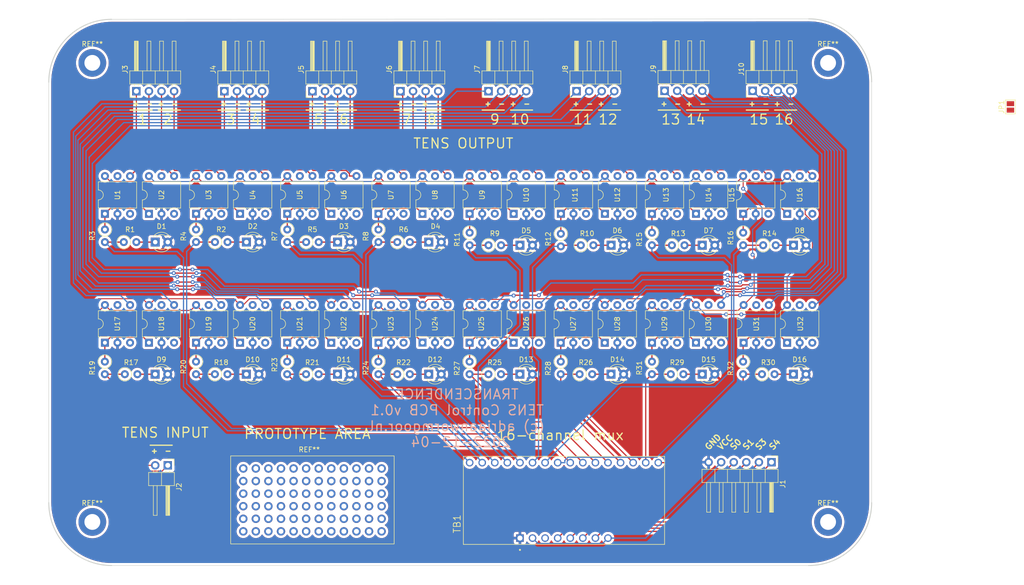
<source format=kicad_pcb>
(kicad_pcb (version 20211014) (generator pcbnew)
  (title_block (comment 4 "AISLER Project ID: CDVVNJNT"))
  (layers (0 "F.Cu" signal) (31 "B.Cu" signal) (34 "B.Paste" user) (35 "F.Paste" user) (36 "B.SilkS" user "B.Silkscreen") (37 "F.SilkS" user "F.Silkscreen") (38 "B.Mask" user) (39 "F.Mask" user) (44 "Edge.Cuts" user))
  (net 0 "")
  (net 1 "+5V")
  (net 2 "GND")
  (net 4 "S0")
  (net 5 "S1")
  (net 6 "S2")
  (net 7 "S3")
  (net 8 "C0")
  (net 9 "C1")
  (net 10 "C2")
  (net 11 "C3")
  (net 12 "C4")
  (net 13 "C5")
  (net 14 "C6")
  (net 15 "C7")
  (net 16 "C8")
  (net 17 "C9")
  (net 18 "C10")
  (net 19 "C11")
  (net 20 "C12")
  (net 21 "C13")
  (net 22 "C14")
  (net 23 "C15")
  (net 24 "TENS+")
  (net 25 "TENS-")
  (net 26 "TENS+ out1")
  (net 27 "TENS- out1")
  (net 28 "TENS+ out2")
  (net 29 "TENS- out2")
  (net 30 "Net-(R3-Pad1)")
  (net 31 "Net-(R4-Pad1)")
  (net 42 "Net-(D1-Pad1)")
  (net 43 "Net-(D2-Pad1)")
  (net 44 "Net-(D3-Pad1)")
  (net 45 "Net-(D4-Pad1)")
  (net 46 "TENS+ out3")
  (net 47 "TENS- out3")
  (net 48 "TENS+ out4")
  (net 49 "TENS- out4")
  (net 50 "Net-(R7-Pad1)")
  (net 51 "Net-(R8-Pad1)")
  (net 60 "Net-(D5-Pad1)")
  (net 61 "Net-(D6-Pad1)")
  (net 62 "Net-(D7-Pad1)")
  (net 63 "Net-(D8-Pad1)")
  (net 64 "TENS+ out5")
  (net 65 "TENS- out5")
  (net 66 "TENS+ out6")
  (net 67 "TENS- out6")
  (net 68 "TENS+ out7")
  (net 69 "TENS- out7")
  (net 70 "TENS+ out8")
  (net 71 "TENS- out8")
  (net 72 "Net-(R11-Pad1)")
  (net 73 "Net-(R12-Pad1)")
  (net 74 "Net-(R15-Pad1)")
  (net 75 "Net-(R16-Pad1)")
  (net 92 "Net-(D9-Pad1)")
  (net 93 "Net-(D10-Pad1)")
  (net 94 "Net-(D11-Pad1)")
  (net 95 "Net-(D12-Pad1)")
  (net 96 "Net-(D13-Pad1)")
  (net 97 "Net-(D14-Pad1)")
  (net 98 "Net-(D15-Pad1)")
  (net 99 "Net-(D16-Pad1)")
  (net 100 "Net-(R19-Pad1)")
  (net 101 "Net-(R20-Pad1)")
  (net 102 "Net-(R23-Pad1)")
  (net 103 "Net-(R24-Pad1)")
  (net 104 "Net-(R27-Pad1)")
  (net 105 "Net-(R28-Pad1)")
  (net 106 "Net-(R31-Pad1)")
  (net 107 "Net-(R32-Pad1)")
  (net 109 "TENS+ out9")
  (net 112 "TENS- out9")
  (net 115 "TENS+ out10")
  (net 118 "TENS- out10")
  (net 121 "TENS+ out11")
  (net 124 "TENS- out11")
  (net 127 "TENS+ out12")
  (net 130 "TENS- out12")
  (net 133 "TENS+ out13")
  (net 136 "TENS- out13")
  (net 139 "TENS+ out14")
  (net 142 "TENS- out14")
  (net 145 "TENS+ out15")
  (net 148 "TENS- out15")
  (net 151 "TENS+ out16")
  (net 154 "TENS- out16")
  (footprint "LED_THT:LED_D3.0mm" (layer "F.Cu") (at 85.09 62.865)
    (fp_text reference "D3")
    (fp_text value "LED")
  )
  (footprint "Package_DIP:DIP-6_W7.62mm" (layer "F.Cu") (at 74.92 83.17 90)
    (fp_text reference "U21")
    (fp_text value "VOR1142A6")
  )
  (footprint "Package_DIP:DIP-6_W7.62mm" (layer "F.Cu") (at 65.3975 57.1425 90)
    (fp_text reference "U4")
    (fp_text value "VOR1142A6")
  )
  (footprint "Package_DIP:DIP-6_W7.62mm" (layer "F.Cu") (at 157.47 83.17 90)
    (fp_text reference "U30")
    (fp_text value "VOR1142A6")
  )
  (footprint "Resistor_THT:R_Axial_DIN0207_L6.3mm_D2.5mm_P2.54mm_Vertical" (layer "F.Cu") (at 93.34 60.325 -90)
    (fp_text reference "R8")
    (fp_text value "1k")
  )
  (footprint "Resistor_THT:R_Axial_DIN0207_L6.3mm_D2.5mm_P2.54mm_Vertical" (layer "F.Cu") (at 93.33 87.005 -90)
    (fp_text reference "R24")
    (fp_text value "1k")
  )
  (footprint "Resistor_THT:R_Axial_DIN0207_L6.3mm_D2.5mm_P2.54mm_Vertical" (layer "F.Cu") (at 152.385 89.545)
    (fp_text reference "R29")
    (fp_text value "1k")
  )
  (footprint "Resistor_THT:R_Axial_DIN0207_L6.3mm_D2.5mm_P2.54mm_Vertical" (layer "F.Cu") (at 148.575 87.005 -90)
    (fp_text reference "R31")
    (fp_text value "1k")
  )
  (footprint "Connector_PinHeader_2.54mm:PinHeader_1x04_P2.54mm_Horizontal" (layer "F.Cu") (at 168.91 32.315 90)
    (fp_text reference "J10")
    (fp_text value "Conn_01x04_Male")
  )
  (footprint "Resistor_THT:R_Axial_DIN0207_L6.3mm_D2.5mm_P2.54mm_Vertical" (layer "F.Cu") (at 74.915 87.005 -90)
    (fp_text reference "R23")
    (fp_text value "1k")
  )
  (footprint "Package_DIP:DIP-6_W7.62mm" (layer "F.Cu") (at 93.34 57.15 90)
    (fp_text reference "U7")
    (fp_text value "VOR1142A6")
  )
  (footprint "Package_DIP:DIP-6_W7.62mm" (layer "F.Cu") (at 139.08 57.14 90)
    (fp_text reference "U12")
    (fp_text value "VOR1142A6")
  )
  (footprint "LED_THT:LED_D3.0mm" (layer "F.Cu") (at 158.73 63.5)
    (fp_text reference "D7")
    (fp_text value "LED")
  )
  (footprint "Resistor_THT:R_Axial_DIN0207_L6.3mm_D2.5mm_P2.54mm_Vertical" (layer "F.Cu") (at 152.61 63.5)
    (fp_text reference "R13")
    (fp_text value "1k")
  )
  (footprint "LED_THT:LED_D3.0mm" (layer "F.Cu") (at 121.915 63.5)
    (fp_text reference "D5")
    (fp_text value "LED")
  )
  (footprint "Package_DIP:DIP-6_W7.62mm" (layer "F.Cu") (at 130.15 83.195 90)
    (fp_text reference "U27")
    (fp_text value "VOR1142A6")
  )
  (footprint "Resistor_THT:R_Axial_DIN0207_L6.3mm_D2.5mm_P2.54mm_Vertical" (layer "F.Cu") (at 115.555 89.545)
    (fp_text reference "R25")
    (fp_text value "1k")
  )
  (footprint "Resistor_THT:R_Axial_DIN0207_L6.3mm_D2.5mm_P2.54mm_Vertical" (layer "F.Cu") (at 130.175 61.185 -90)
    (fp_text reference "R12")
    (fp_text value "1k")
  )
  (footprint "Package_DIP:DIP-6_W7.62mm" (layer "F.Cu") (at 120.65 57.15 90)
    (fp_text reference "U10")
    (fp_text value "VOR1142A6")
  )
  (footprint "Connector_PinHeader_2.54mm:PinHeader_1x04_P2.54mm_Horizontal" (layer "F.Cu") (at 97.79 32.385 90)
    (fp_text reference "J6")
    (fp_text value "Conn_01x04_Male")
  )
  (footprint "Connector_PinHeader_2.54mm:PinHeader_1x04_P2.54mm_Horizontal" (layer "F.Cu") (at 133.35 32.385 90)
    (fp_text reference "J8")
    (fp_text value "Conn_01x04_Male")
  )
  (footprint "Package_DIP:DIP-6_W7.62mm" (layer "F.Cu") (at 83.805 83.195 90)
    (fp_text reference "U22")
    (fp_text value "VOR1142A6")
  )
  (footprint "LED_THT:LED_D3.0mm" (layer "F.Cu") (at 140.32 89.545)
    (fp_text reference "D14")
    (fp_text value "LED")
  )
  (footprint "Resistor_THT:R_Axial_DIN0207_L6.3mm_D2.5mm_P2.54mm_Vertical" (layer "F.Cu") (at 111.745 87.005 -90)
    (fp_text reference "R27")
    (fp_text value "1k")
  )
  (footprint "Package_DIP:DIP-6_W7.62mm" (layer "F.Cu") (at 111.76 57.14 90)
    (fp_text reference "U9")
    (fp_text value "VOR1142A6")
  )
  (footprint "Resistor_THT:R_Axial_DIN0207_L6.3mm_D2.5mm_P2.54mm_Vertical" (layer "F.Cu") (at 111.76 60.96 -90)
    (fp_text reference "R11")
    (fp_text value "1k")
  )
  (footprint "Package_DIP:DIP-6_W7.62mm" (layer "F.Cu") (at 56.515 83.185 90)
    (fp_text reference "U19")
    (fp_text value "VOR1142A6")
  )
  (footprint "Resistor_THT:R_Axial_DIN0207_L6.3mm_D2.5mm_P2.54mm_Vertical" (layer "F.Cu") (at 78.725 89.545)
    (fp_text reference "R21")
    (fp_text value "1k")
  )
  (footprint "Package_DIP:DIP-6_W7.62mm" (layer "F.Cu") (at 65.4 83.185 90)
    (fp_text reference "U20")
    (fp_text value "VOR1142A6")
  )
  (footprint "MountingHole:MountingHole_3.2mm_M3_DIN965_Pad_TopBottom" (layer "F.Cu") (at 184.15 119.38)
    (fp_text reference "REF**")
    (fp_text value "MountingHole_3.2mm_M3_DIN965_Pad_TopBottom")
  )
  (footprint "LED_THT:LED_D3.0mm" (layer "F.Cu") (at 177.16 63.5)
    (fp_text reference "D8")
    (fp_text value "LED")
  )
  (footprint "MountingHole:MountingHole_3.2mm_M3_DIN965_Pad_TopBottom" (layer "F.Cu") (at 35.56 26.67)
    (fp_text reference "REF**")
    (fp_text value "MountingHole_3.2mm_M3_DIN965_Pad_TopBottom")
  )
  (footprint "Connector_PinHeader_2.54mm:PinHeader_1x02_P2.54mm_Horizontal" (layer "F.Cu") (at 50.8 107.95 -90)
    (fp_text reference "J2")
    (fp_text value "Conn_01x02_Male")
  )
  (footprint "Resistor_THT:R_Axial_DIN0207_L6.3mm_D2.5mm_P2.54mm_Vertical" (layer "F.Cu") (at 97.14 89.545)
    (fp_text reference "R22")
    (fp_text value "1k")
  )
  (footprint "Package_DIP:DIP-6_W7.62mm" (layer "F.Cu") (at 175.88 83.195 90)
    (fp_text reference "U32")
    (fp_text value "VOR1142A6")
  )
  (footprint "Connector_PinHeader_2.54mm:PinHeader_1x04_P2.54mm_Horizontal" (layer "F.Cu") (at 115.57 32.385 90)
    (fp_text reference "J7")
    (fp_text value "Conn_01x04_Male")
  )
  (footprint "Package_DIP:DIP-6_W7.62mm" (layer "F.Cu") (at 148.575 57.15 90)
    (fp_text reference "U13")
    (fp_text value "VOR1142A6")
  )
  (footprint "Package_DIP:DIP-6_W7.62mm" (layer "F.Cu") (at 120.65 83.185 90)
    (fp_text reference "U26")
    (fp_text value "VOR1142A6")
  )
  (footprint "LED_THT:LED_D3.0mm" (layer "F.Cu") (at 48.245 89.545)
    (fp_text reference "D9")
    (fp_text value "LED")
  )
  (footprint "Resistor_THT:R_Axial_DIN0207_L6.3mm_D2.5mm_P2.54mm_Vertical" (layer "F.Cu") (at 38.1 60.325 -90)
    (fp_text reference "R3")
    (fp_text value "1k")
  )
  (footprint "LED_THT:LED_D3.0mm" (layer "F.Cu") (at 103.49 89.545)
    (fp_text reference "D12")
    (fp_text value "LED")
  )
  (footprint "LED_THT:LED_D3.0mm" (layer "F.Cu") (at 103.5 62.865)
    (fp_text reference "D4")
    (fp_text value "LED")
  )
  (footprint "Resistor_THT:R_Axial_DIN0207_L6.3mm_D2.5mm_P2.54mm_Vertical" (layer "F.Cu") (at 74.93 60.325 -90)
    (fp_text reference "R7")
    (fp_text value "1k")
  )
  (footprint "Package_DIP:DIP-6_W7.62mm" (layer "F.Cu") (at 102.23 57.15 90)
    (fp_text reference "U8")
    (fp_text value "VOR1142A6")
  )
  (footprint "Resistor_THT:R_Axial_DIN0207_L6.3mm_D2.5mm_P2.54mm_Vertical" (layer "F.Cu") (at 56.5075 60.3175 -90)
    (fp_text reference "R4")
    (fp_text value "1k")
  )
  (footprint "MountingHole:MountingHole_3.2mm_M3_DIN965_Pad_TopBottom" (layer "F.Cu") (at 184.15 26.67)
    (fp_text reference "REF**")
    (fp_text value "MountingHole_3.2mm_M3_DIN965_Pad_TopBottom")
  )
  (footprint "Package_DIP:DIP-6_W7.62mm" (layer "F.Cu") (at 38.1 57.15 90)
    (fp_text reference "U1")
    (fp_text value "VOR1142A6")
  )
  (footprint "Resistor_THT:R_Axial_DIN0207_L6.3mm_D2.5mm_P2.54mm_Vertical" (layer "F.Cu") (at 171.04 63.5)
    (fp_text reference "R14")
    (fp_text value "1k")
  )
  (footprint "BOB-09056 (16chan mux):XDCR_BOB-09056" (layer "F.Cu") (at 130.81 115.025 90)
    (fp_text reference "TB1")
    (fp_text value "BOB-09056")
  )
  (footprint "Package_DIP:DIP-6_W7.62mm" (layer "F.Cu") (at 167.095 83.195 90)
    (fp_text reference "U31")
    (fp_text value "VOR1142A6")
  )
  (footprint "Package_DIP:DIP-6_W7.62mm" (layer "F.Cu") (at 157.48 57.14 90)
    (fp_text reference "U14")
    (fp_text value "VOR1142A6")
  )
  (footprint "LED_THT:LED_D3.0mm" (layer "F.Cu") (at 121.905 89.545)
    (fp_text reference "D13")
    (fp_text value "LED")
  )
  (footprint "Resistor_THT:R_Axial_DIN0207_L6.3mm_D2.5mm_P2.54mm_Vertical" (layer "F.Cu") (at 134.21 63.5)
    (fp_text reference "R10")
    (fp_text value "1k")
  )
  (footprint "Resistor_THT:R_Axial_DIN0207_L6.3mm_D2.5mm_P2.54mm_Vertical" (layer "F.Cu") (at 133.97 89.545)
    (fp_text reference "R26")
    (fp_text value "1k")
  )
  (footprint "Package_DIP:DIP-6_W7.62mm" (layer "F.Cu") (at 46.99 57.15 90)
    (fp_text reference "U2")
    (fp_text value "VOR1142A6")
  )
  (footprint "Resistor_THT:R_Axial_DIN0207_L6.3mm_D2.5mm_P2.54mm_Vertical" (layer "F.Cu") (at 166.99 87.005 -90)
    (fp_text reference "R32")
    (fp_text value "1k")
  )
  (footprint "LED_THT:LED_D3.0mm" (layer "F.Cu") (at 140.33 63.5)
    (fp_text reference "D6")
    (fp_text value "LED")
  )
  (footprint "Resistor_THT:R_Axial_DIN0207_L6.3mm_D2.5mm_P2.54mm_Vertical" (layer "F.Cu") (at 60.31 89.545)
    (fp_text reference "R18")
    (fp_text value "1k")
  )
  (footprint "Resistor_THT:R_Axial_DIN0207_L6.3mm_D2.5mm_P2.54mm_Vertical" (layer "F.Cu") (at 115.57 63.5)
    (fp_text reference "R9")
    (fp_text value "1k")
  )
  (footprint "Resistor_THT:R_Axial_DIN0207_L6.3mm_D2.5mm_P2.54mm_Vertical" (layer "F.Cu") (at 38.085 87.005 -90)
    (fp_text reference "R19")
    (fp_text value "1k")
  )
  (footprint "Package_DIP:DIP-6_W7.62mm" (layer "F.Cu") (at 175.895 57.15 90)
    (fp_text reference "U16")
    (fp_text value "VOR1142A6")
  )
  (footprint "Package_DIP:DIP-6_W7.62mm" (layer "F.Cu") (at 148.59 83.185 90)
    (fp_text reference "U29")
    (fp_text value "VOR1142A6")
  )
  (footprint "LED_THT:LED_D3.0mm" (layer "F.Cu") (at 85.075 89.545)
    (fp_text reference "D11")
    (fp_text value "LED")
  )
  (footprint "Package_DIP:DIP-6_W7.62mm" (layer "F.Cu") (at 38.1 83.185 90)
    (fp_text reference "U17")
    (fp_text value "VOR1142A6")
  )
  (footprint "Connector_PinHeader_2.54mm:PinHeader_1x04_P2.54mm_Horizontal" (layer "F.Cu") (at 62.23 32.385 90)
    (fp_text reference "J4")
    (fp_text value "Conn_01x04_Male")
  )
  (footprint "Resistor_THT:R_Axial_DIN0207_L6.3mm_D2.5mm_P2.54mm_Vertical" (layer "F.Cu") (at 41.91 62.865)
    (fp_text reference "R1")
    (fp_text value "1k")
  )
  (footprint "Package_DIP:DIP-6_W7.62mm" (layer "F.Cu") (at 83.82 57.14 90)
    (fp_text reference "U6")
    (fp_text value "VOR1142A6")
  )
  (footprint "Jumper:SolderJumper-2_P1.3mm_Open_Pad1.0x1.5mm" (layer "F.Cu") (at 220.98 35.56 90)
    (fp_text reference "JP1")
    (fp_text value "SolderJumper_2_Open")
  )
  (footprint "LED_THT:LED_D3.0mm" (layer "F.Cu") (at 66.675 62.8575)
    (fp_text reference "D2")
    (fp_text value "LED")
  )
  (footprint "Package_DIP:DIP-6_W7.62mm" (layer "F.Cu") (at 130.19 57.14 90)
    (fp_text reference "U11")
    (fp_text value "VOR1142A6")
  )
  (footprint "Connector_PinHeader_2.54mm:PinHeader_1x04_P2.54mm_Horizontal" (layer "F.Cu") (at 80.01 32.385 90)
    (fp_text reference "J5")
    (fp_text value "Conn_01x04_Male")
  )
  (footprint "Resistor_THT:R_Axial_DIN0207_L6.3mm_D2.5mm_P2.54mm_Vertical" (layer "F.Cu") (at 42.12 89.545)
    (fp_text reference "R17")
    (fp_text value "1k")
  )
  (footprint "Resistor_THT:R_Axial_DIN0207_L6.3mm_D2.5mm_P2.54mm_Vertical" (layer "F.Cu") (at 148.575 60.96 -90)
    (fp_text reference "R15")
    (fp_text value "1k")
  )
  (footprint "Package_DIP:DIP-6_W7.62mm" (layer "F.Cu") (at 93.345 83.185 90)
    (fp_text reference "U23")
    (fp_text value "VOR1142A6")
  )
  (footprint "Package_DIP:DIP-6_W7.62mm" (layer "F.Cu") (at 139.05 83.195 90)
    (fp_text reference "U28")
    (fp_text value "VOR1142A6")
  )
  (footprint "Connector_PinHeader_2.54mm:PinHeader_1x04_P2.54mm_Horizontal" (layer "F.Cu") (at 151.13 32.315 90)
    (fp_text reference "J9")
    (fp_text value "Conn_01x04_Male")
  )
  (footprint "Connector_PinHeader_2.54mm:PinHeader_1x06_P2.54mm_Horizontal" (layer "F.Cu") (at 172.72 107.315 -90)
    (fp_text reference "J1")
    (fp_text value "Conn_01x06_Male")
  )
  (footprint "MountingHole:MountingHole_3.2mm_M3_DIN965_Pad_TopBottom" (layer "F.Cu") (at 35.56 119.38)
    (fp_text reference "REF**")
    (fp_text value "MountingHole_3.2mm_M3_DIN965_Pad_TopBottom")
  )
  (footprint "LED_THT:LED_D3.0mm" (layer "F.Cu") (at 66.66 89.545)
    (fp_text reference "D10")
    (fp_text value "LED")
  )
  (footprint "Resistor_THT:R_Axial_DIN0207_L6.3mm_D2.5mm_P2.54mm_Vertical" (layer "F.Cu") (at 78.74 62.865)
    (fp_text reference "R5")
    (fp_text value "1k")
  )
  (footprint "Resistor_THT:R_Axial_DIN0207_L6.3mm_D2.5mm_P2.54mm_Vertical" (layer "F.Cu") (at 170.8 89.545)
    (fp_text reference "R30")
    (fp_text value "1k")
  )
  (footprint "Resistor_THT:R_Axial_DIN0207_L6.3mm_D2.5mm_P2.54mm_Vertical" (layer "F.Cu") (at 56.5 87.005 -90)
    (fp_text reference "R20")
    (fp_text value "1k")
  )
  (footprint "Package_DIP:DIP-6_W7.62mm" (layer "F.Cu") (at 111.76 83.185 90)
    (fp_text reference "U25")
    (fp_text value "VOR1142A6")
  )
  (footprint "BOB-09056 (16chan mux):proto area 6x12 2.54mm .1mm drill" (layer "F.Cu") (at 78.74 106.045)
    (fp_text reference "REF**")
    (fp_text value "proto area 6x12 2.54mm .1mm drill")
  )
  (footprint "Resistor_THT:R_Axial_DIN0207_L6.3mm_D2.5mm_P2.54mm_Vertical" (layer "F.Cu") (at 130.16 87.005 -90)
    (fp_text reference "R28")
    (fp_text value "1k")
  )
  (footprint "Resistor_THT:R_Axial_DIN0207_L6.3mm_D2.5mm_P2.54mm_Vertical" (layer "F.Cu") (at 167.005 60.96 -90)
    (fp_text reference "R16")
    (fp_text value "1k")
  )
  (footprint "LED_THT:LED_D3.0mm" (layer "F.Cu") (at 48.26 62.865)
    (fp_text reference "D1")
    (fp_text value "LED")
  )
  (footprint "Package_DIP:DIP-6_W7.62mm" (layer "F.Cu") (at 102.24 83.16 90)
    (fp_text reference "U24")
    (fp_text value "VOR1142A6")
  )
  (footprint "Package_DIP:DIP-6_W7.62mm" (layer "F.Cu") (at 74.93 57.14 90)
    (fp_text reference "U5")
    (fp_text value "VOR1142A6")
  )
  (footprint "Package_DIP:DIP-6_W7.62mm" (layer "F.Cu") (at 46.99 83.185 90)
    (fp_text reference "U18")
    (fp_text value "VOR1142A6")
  )
  (footprint "Connector_PinHeader_2.54mm:PinHeader_1x04_P2.54mm_Horizontal" (layer "F.Cu") (at 44.45 32.385 90)
    (fp_text reference "J3")
    (fp_text value "Conn_01x04_Male")
  )
  (footprint "Resistor_THT:R_Axial_DIN0207_L6.3mm_D2.5mm_P2.54mm_Vertical" (layer "F.Cu") (at 97.15 62.865)
    (fp_text reference "R6")
    (fp_text value "1k")
  )
  (footprint "Package_DIP:DIP-6_W7.62mm" (layer "F.Cu") (at 167.005 57.15 90)
    (fp_text reference "U15")
    (fp_text value "VOR1142A6")
  )
  (footprint "LED_THT:LED_D3.0mm" (layer "F.Cu") (at 177.145 89.545)
    (fp_text reference "D16")
    (fp_text value "LED")
  )
  (footprint "LED_THT:LED_D3.0mm" (layer "F.Cu") (at 158.735 89.545)
    (fp_text reference "D15")
    (fp_text value "LED")
  )
  (footprint "Package_DIP:DIP-6_W7.62mm" (layer "F.Cu") (at 56.5225 57.1425 90)
    (fp_text reference "U3")
    (fp_text value "VOR1142A6")
  )
  (footprint "Resistor_THT:R_Axial_DIN0207_L6.3mm_D2.5mm_P2.54mm_Vertical" (layer "F.Cu") (at 60.325 62.8575)
    (fp_text reference "R2")
    (fp_text value "1k")
  )
  (gr_line (start 84.455 36.195) (end 88.9 36.195) (layer "F.SilkS") (width 0.25))
  (gr_line (start 96.52 36.195) (end 100.965 36.195) (layer "F.SilkS") (width 0.25))
  (gr_line (start 48.895 36.195) (end 53.34 36.195) (layer "F.SilkS") (width 0.25))
  (gr_line (start 114.3 36.195) (end 118.745 36.195) (layer "F.SilkS") (width 0.25))
  (gr_line (start 167.64 36.195) (end 172.085 36.195) (layer "F.SilkS") (width 0.25))
  (gr_line (start 47.244 103.886) (end 51.689 103.886) (layer "F.SilkS") (width 0.25))
  (gr_line (start 149.86 36.195) (end 154.305 36.195) (layer "F.SilkS") (width 0.25))
  (gr_line (start 60.96 36.195) (end 65.405 36.195) (layer "F.SilkS") (width 0.25))
  (gr_line (start 137.795 36.195) (end 142.24 36.195) (layer "F.SilkS") (width 0.25))
  (gr_line (start 78.74 36.195) (end 83.185 36.195) (layer "F.SilkS") (width 0.25))
  (gr_line (start 155.575 36.195) (end 160.02 36.195) (layer "F.SilkS") (width 0.25))
  (gr_line (start 120.015 36.195) (end 124.46 36.195) (layer "F.SilkS") (width 0.25))
  (gr_line (start 102.235 36.195) (end 106.68 36.195) (layer "F.SilkS") (width 0.25))
  (gr_line (start 66.675 36.195) (end 71.12 36.195) (layer "F.SilkS") (width 0.25))
  (gr_line (start 132.08 36.195) (end 136.525 36.195) (layer "F.SilkS") (width 0.25))
  (gr_line (start 43.18 36.195) (end 47.625 36.195) (layer "F.SilkS") (width 0.25))
  (gr_line (start 173.355 36.195) (end 177.8 36.195) (layer "F.SilkS") (width 0.25))
  (gr_line (start 26.760256 115.479744) (end 26.760256 30.570256) (layer "Edge.Cuts") (width 0.1))
  (gr_line (start 180.249744 128.179744) (end 39.460256 128.179744) (layer "Edge.Cuts") (width 0.1))
  (gr_arc (start 192.949744 115.479744) (mid 189.23 124.46) (end 180.249744 128.179744) (layer "Edge.Cuts") (width 0.2))
  (gr_arc (start 39.460256 128.179744) (mid 30.48 124.46) (end 26.760256 115.479744) (layer "Edge.Cuts") (width 0.2))
  (gr_line (start 39.460256 17.870256) (end 180.249744 17.78) (layer "Edge.Cuts") (width 0.1))
  (gr_line (start 192.949744 30.48) (end 192.949744 115.479744) (layer "Edge.Cuts") (width 0.1))
  (gr_arc (start 26.760256 30.570256) (mid 30.48 21.59) (end 39.460256 17.870256) (layer "Edge.Cuts") (width 0.2))
  (gr_arc (start 180.249744 17.78) (mid 189.23 21.499744) (end 192.949744 30.48) (layer "Edge.Cuts") (width 0.2))
  (gr_text "TRANSCENDENCE\nTENS Control PCB v0.1\n(c) adriaanwormgoor.nl\n2022-12-04 \n" (at 109.22 98.425) (layer "B.SilkS") (effects (font (size 2 2) (thickness 0.25)) (justify mirror)))
  (gr_text "10" (at 121.92 38.1) (layer "F.SilkS") (effects (font (size 2 2) (thickness 0.25))))
  (gr_text "16-channel mux" (at 130.048 101.854) (layer "F.SilkS") (effects (font (size 2 2) (thickness 0.25))))
  (gr_text "+  -" (at 121.92 34.925) (layer "F.SilkS") (effects (font (size 1 1) (thickness 0.25))))
  (gr_text "15" (at 170.18 38.1) (layer "F.SilkS") (effects (font (size 2 2) (thickness 0.25))))
  (gr_text "1" (at 45.72 38.1) (layer "F.SilkS") (effects (font (size 2 2) (thickness 0.25))))
  (gr_text "S4" (at 172.466 104.648 45) (layer "F.SilkS") (effects (font (size 1.2 1.2) (thickness 0.25)) (justify left)))
  (gr_text "+  -" (at 157.48 34.925) (layer "F.SilkS") (effects (font (size 1 1) (thickness 0.25))))
  (gr_text "+  -" (at 81.28 34.925) (layer "F.SilkS") (effects (font (size 1 1) (thickness 0.25))))
  (gr_text "16" (at 175.26 38.1) (layer "F.SilkS") (effects (font (size 2 2) (thickness 0.25))))
  (gr_text "+  -" (at 170.18 34.925) (layer "F.SilkS") (effects (font (size 1 1) (thickness 0.25))))
  (gr_text "S3" (at 169.672 104.648 45) (layer "F.SilkS") (effects (font (size 1.2 1.2) (thickness 0.25)) (justify left)))
  (gr_text "8" (at 104.14 38.1) (layer "F.SilkS") (effects (font (size 2 2) (thickness 0.25))))
  (gr_text "VCC" (at 162.052 104.648 45) (layer "F.SilkS") (effects (font (size 1.2 1.2) (thickness 0.25)) (justify left)))
  (gr_text "+  -" (at 175.26 34.925) (layer "F.SilkS") (effects (font (size 1 1) (thickness 0.25))))
  (gr_text "+  -" (at 99.06 34.925) (layer "F.SilkS") (effects (font (size 1 1) (thickness 0.25))))
  (gr_text "4" (at 68.58 38.1) (layer "F.SilkS") (effects (font (size 2 2) (thickness 0.25))))
  (gr_text "+  -" (at 68.58 34.925) (layer "F.SilkS") (effects (font (size 1 1) (thickness 0.25))))
  (gr_text "+  -" (at 134.62 34.925) (layer "F.SilkS") (effects (font (size 1 1) (thickness 0.25))))
  (gr_text "11" (at 134.62 38.1) (layer "F.SilkS") (effects (font (size 2 2) (thickness 0.25))))
  (gr_text "S0" (at 164.592 104.648 45) (layer "F.SilkS") (effects (font (size 1.2 1.2) (thickness 0.25)) (justify left)))
  (gr_text "9" (at 116.84 38.1) (layer "F.SilkS") (effects (font (size 2 2) (thickness 0.25))))
  (gr_text "GND" (at 159.512 104.648 45) (layer "F.SilkS") (effects (font (size 1.2 1.2) (thickness 0.25)) (justify left)))
  (gr_text "+  -" (at 49.4665 105.029) (layer "F.SilkS") (effects (font (size 1 1) (thickness 0.25))))
  (gr_text "2" (at 50.8 38.1) (layer "F.SilkS") (effects (font (size 2 2) (thickness 0.25))))
  (gr_text "6" (at 86.36 38.1) (layer "F.SilkS") (effects (font (size 2 2) (thickness 0.25))))
  (gr_text "+  -" (at 152.4 34.925) (layer "F.SilkS") (effects (font (size 1 1) (thickness 0.25))))
  (gr_text "7" (at 99.06 38.1) (layer "F.SilkS") (effects (font (size 2 2) (thickness 0.25))))
  (gr_text "12" (at 139.7 38.1) (layer "F.SilkS") (effects (font (size 2 2) (thickness 0.25))))
  (gr_text "PROTOTYPE AREA" (at 78.994 101.6) (layer "F.SilkS") (effects (font (size 2 2) (thickness 0.25))))
  (gr_text "+  -" (at 63.5 34.925) (layer "F.SilkS") (effects (font (size 1 1) (thickness 0.25))))
  (gr_text "13" (at 152.4 38.1) (layer "F.SilkS") (effects (font (size 2 2) (thickness 0.25))))
  (gr_text "+  -" (at 50.8 34.925) (layer "F.SilkS") (effects (font (size 1 1) (thickness 0.25))))
  (gr_text "+  -" (at 86.36 34.925) (layer "F.SilkS") (effects (font (size 1 1) (thickness 0.25))))
  (gr_text "5" (at 81.28 38.1) (layer "F.SilkS") (effects (font (size 2 2) (thickness 0.25))))
  (gr_text "+  -" (at 45.72 34.925) (layer "F.SilkS") (effects (font (size 1 1) (thickness 0.25))))
  (gr_text "+  -" (at 116.84 34.925) (layer "F.SilkS") (effects (font (size 1 1) (thickness 0.25))))
  (gr_text "+  -" (at 104.14 34.925) (layer "F.SilkS") (effects (font (size 1 1) (thickness 0.25))))
  (gr_text "+  -" (at 139.7 34.925) (layer "F.SilkS") (effects (font (size 1 1) (thickness 0.25))))
  (gr_text "14" (at 157.48 38.1) (layer "F.SilkS") (effects (font (size 2 2) (thickness 0.25))))
  (gr_text "TENS INPUT" (at 50.292 101.346) (layer "F.SilkS") (effects (font (size 2 2) (thickness 0.25))))
  (gr_text "3" (at 63.5 38.1) (layer "F.SilkS") (effects (font (size 2 2) (thickness 0.25))))
  (gr_text "TENS OUTPUT" (at 110.49 42.926) (layer "F.SilkS") (effects (font (size 2 2) (thickness 0.25))))
  (gr_text "S1" (at 167.132 104.648 45) (layer "F.SilkS") (effects (font (size 1.2 1.2) (thickness 0.25)) (justify left)))
  (segment (start 147.3 122.645) (end 139.7 122.645) (width 0.25) (layer "B.Cu") (net 1))
  (segment (start 138.610489 123.734511) (end 125.549511 123.734511) (width 0.25) (layer "B.Cu") (net 1))
  (segment (start 162.56 107.385) (end 147.3 122.645) (width 0.25) (layer "B.Cu") (net 1))
  (segment (start 125.549511 123.734511) (end 124.46 122.645) (width 0.25) (layer "B.Cu") (net 1))
  (segment (start 139.7 122.645) (end 138.610489 123.734511) (width 0.25) (layer "B.Cu") (net 1))
  (segment (start 162.56 107.315) (end 162.56 107.385) (width 0.25) (layer "B.Cu") (net 1))
  (segment (start 153.105 119.38) (end 132.805 119.38) (width 0.25) (layer "F.Cu") (net 4))
  (segment (start 165.1 107.315) (end 165.1 107.385) (width 0.25) (layer "F.Cu") (net 4))
  (segment (start 132.805 119.38) (end 129.54 122.645) (width 0.25) (layer "F.Cu") (net 4))
  (segment (start 165.1 107.385) (end 153.105 119.38) (width 0.25) (layer "F.Cu") (net 4))
  (segment (start 155.01 120.015) (end 167.64 107.385) (width 0.25) (layer "F.Cu") (net 5))
  (segment (start 134.71 120.015) (end 155.01 120.015) (width 0.25) (layer "F.Cu") (net 5))
  (segment (start 167.64 107.385) (end 167.64 107.315) (width 0.25) (layer "F.Cu") (net 5))
  (segment (start 132.08 122.645) (end 134.71 120.015) (width 0.25) (layer "F.Cu") (net 5))
  (segment (start 156.915 120.65) (end 136.615 120.65) (width 0.25) (layer "F.Cu") (net 6))
  (segment (start 136.615 120.65) (end 134.62 122.645) (width 0.25) (layer "F.Cu") (net 6))
  (segment (start 170.18 107.315) (end 170.18 107.385) (width 0.25) (layer "F.Cu") (net 6))
  (segment (start 170.18 107.385) (end 156.915 120.65) (width 0.25) (layer "F.Cu") (net 6))
  (segment (start 172.72 107.385) (end 172.72 107.315) (width 0.25) (layer "F.Cu") (net 7))
  (segment (start 158.82 121.285) (end 172.72 107.385) (width 0.25) (layer "F.Cu") (net 7))
  (segment (start 138.52 121.285) (end 158.82 121.285) (width 0.25) (layer "F.Cu") (net 7))
  (segment (start 137.16 122.645) (end 138.52 121.285) (width 0.25) (layer "F.Cu") (net 7))
  (segment (start 41.91 62.865) (end 38.1 62.865) (width 0.25) (layer "F.Cu") (net 8))
  (segment (start 105.32 100.965) (end 62.865 100.965) (width 0.25) (layer "B.Cu") (net 8))
  (segment (start 53.975 66.04) (end 52.705 64.77) (width 0.25) (layer "B.Cu") (net 8))
  (segment (start 62.865 100.965) (end 53.975 92.075) (width 0.25) (layer "B.Cu") (net 8))
  (segment (start 53.975 92.075) (end 53.975 66.04) (width 0.25) (layer "B.Cu") (net 8))
  (segment (start 52.705 64.77) (end 40.005 64.77) (width 0.25) (layer "B.Cu") (net 8))
  (segment (start 111.76 107.405) (end 105.32 100.965) (width 0.25) (layer "B.Cu") (net 8))
  (segment (start 40.005 64.77) (end 38.1 62.865) (width 0.25) (layer "B.Cu") (net 8))
  (segment (start 60.325 62.8575) (end 56.5075 62.8575) (width 0.25) (layer "F.Cu") (net 9))
  (segment (start 114.3 107.315) (end 107.50048 100.51548) (width 0.25) (layer "B.Cu") (net 9))
  (segment (start 114.3 107.405) (end 114.3 107.315) (width 0.25) (layer "B.Cu") (net 9))
  (segment (start 63.685839 100.51548) (end 54.61 91.439641) (width 0.25) (layer "B.Cu") (net 9))
  (segment (start 54.61 91.439641) (end 54.61 64.755) (width 0.25) (layer "B.Cu") (net 9))
  (segment (start 54.61 64.755) (end 56.5075 62.8575) (width 0.25) (layer "B.Cu") (net 9))
  (segment (start 107.50048 100.51548) (end 63.685839 100.51548) (width 0.25) (layer "B.Cu") (net 9))
  (segment (start 78.74 62.865) (end 74.93 62.865) (width 0.25) (layer "F.Cu") (net 10))
  (segment (start 103.415 93.98) (end 116.84 107.405) (width 0.25) (layer "B.Cu") (net 10))
  (segment (start 77.47 65.405) (end 88.265 65.405) (width 0.25) (layer "B.Cu") (net 10))
  (segment (start 88.265 65.405) (end 90.17 67.31) (width 0.25) (layer "B.Cu") (net 10))
  (segment (start 90.17 67.31) (end 90.17 90.17) (width 0.25) (layer "B.Cu") (net 10))
  (segment (start 93.98 93.98) (end 103.415 93.98) (width 0.25) (layer "B.Cu") (net 10))
  (segment (start 90.17 90.17) (end 93.98 93.98) (width 0.25) (layer "B.Cu") (net 10))
  (segment (start 74.93 62.865) (end 77.47 65.405) (width 0.25) (layer "B.Cu") (net 10))
  (segment (start 97.15 62.865) (end 93.34 62.865) (width 0.25) (layer "F.Cu") (net 11))
  (segment (start 93.34 62.87) (end 90.805 65.405) (width 0.25) (layer "B.Cu") (net 11))
  (segment (start 90.805 65.405) (end 90.805 89.375789) (width 0.25) (layer "B.Cu") (net 11))
  (segment (start 94.139211 92.71) (end 104.685 92.71) (width 0.25) (layer "B.Cu") (net 11))
  (segment (start 93.34 62.865) (end 93.34 62.87) (width 0.25) (layer "B.Cu") (net 11))
  (segment (start 104.685 92.71) (end 119.38 107.405) (width 0.25) (layer "B.Cu") (net 11))
  (segment (start 90.805 89.375789) (end 94.139211 92.71) (width 0.25) (layer "B.Cu") (net 11))
  (segment (start 115.57 63.5) (end 111.76 63.5) (width 0.25) (layer "F.Cu") (net 12))
  (segment (start 111.76 64.769282) (end 113.030718 66.04) (width 0.25) (layer "B.Cu") (net 12))
  (segment (start 121.92 68.58) (end 121.92 79.6953) (width 0.25) (layer "B.Cu") (net 12))
  (segment (start 119.38 66.04) (end 121.92 68.58) (width 0.25) (layer "B.Cu") (net 12))
  (segment (start 113.47952 98.96452) (end 121.92 107.405) (width 0.25) (layer "B.Cu") (net 12))
  (segment (start 113.47952 88.13578) (end 113.47952 98.96452) (width 0.25) (layer "B.Cu") (net 12))
  (segment (start 111.76 63.5) (end 111.76 64.769282) (width 0.25) (layer "B.Cu") (net 12))
  (segment (start 121.92 79.6953) (end 113.47952 88.13578) (width 0.25) (layer "B.Cu") (net 12))
  (segment (start 113.030718 66.04) (end 119.38 66.04) (width 0.25) (layer "B.Cu") (net 12))
  (segment (start 130.4 63.5) (end 130.175 63.725) (width 0.25) (layer "F.Cu") (net 13))
  (segment (start 134.21 63.5) (end 130.4 63.5) (width 0.25) (layer "F.Cu") (net 13))
  (segment (start 128.68 63.725) (end 130.175 63.725) (width 0.25) (layer "B.Cu") (net 13))
  (segment (start 124.46 107.405) (end 125.669511 106.195489) (width 0.25) (layer "B.Cu") (net 13))
  (segment (start 124.46 67.945) (end 128.68 63.725) (width 0.25) (layer "B.Cu") (net 13))
  (segment (start 125.669511 86.934511) (end 124.46 85.725) (width 0.25) (layer "B.Cu") (net 13))
  (segment (start 124.46 85.725) (end 124.46 67.945) (width 0.25) (layer "B.Cu") (net 13))
  (segment (start 125.669511 106.195489) (end 125.669511 86.934511) (width 0.25) (layer "B.Cu") (net 13))
  (segment (start 148.575 63.5) (end 152.61 63.5) (width 0.25) (layer "F.Cu") (net 14))
  (segment (start 148.575 63.5) (end 148.575 64.755) (width 0.25) (layer "B.Cu") (net 14))
  (segment (start 148.575 64.755) (end 149.86 66.04) (width 0.25) (layer "B.Cu") (net 14))
  (segment (start 164.65048 67.49548) (end 164.65048 88.71452) (width 0.25) (layer "B.Cu") (net 14))
  (segment (start 164.65048 88.71452) (end 161.29 92.075) (width 0.25) (layer "B.Cu") (net 14))
  (segment (start 163.195 66.04) (end 164.65048 67.49548) (width 0.25) (layer "B.Cu") (net 14))
  (segment (start 149.86 66.04) (end 163.195 66.04) (width 0.25) (layer "B.Cu") (net 14))
  (segment (start 161.29 92.075) (end 142.33 92.075) (width 0.25) (layer "B.Cu") (net 14))
  (segment (start 142.33 92.075) (end 127 107.405) (width 0.25) (layer "B.Cu") (net 14))
  (segment (start 171.04 63.5) (end 167.005 63.5) (width 0.25) (layer "F.Cu") (net 15))
  (segment (start 129.54 107.405) (end 130.990489 107.405) (width 0.25) (layer "B.Cu") (net 15))
  (segment (start 165.1 65.405) (end 167.005 63.5) (width 0.25) (layer "B.Cu") (net 15))
  (segment (start 130.990489 107.405) (end 130.990489 106.953709) (width 0.25) (layer "B.Cu") (net 15))
  (segment (start 165.1 90.805) (end 165.1 65.405) (width 0.25) (layer "B.Cu") (net 15))
  (segment (start 131.628709 106.315489) (end 149.589511 106.315489) (width 0.25) (layer "B.Cu") (net 15))
  (segment (start 149.589511 106.315489) (end 165.1 90.805) (width 0.25) (layer "B.Cu") (net 15))
  (segment (start 130.990489 106.953709) (end 131.628709 106.315489) (width 0.25) (layer "B.Cu") (net 15))
  (segment (start 132.08 107.405) (end 128.815 104.14) (width 0.25) (layer "F.Cu") (net 16))
  (segment (start 128.815 104.14) (end 52.705 104.14) (width 0.25) (layer "F.Cu") (net 16))
  (segment (start 38.085 89.545) (end 42.12 89.545) (width 0.25) (layer "F.Cu") (net 16))
  (segment (start 38.11 89.545) (end 38.085 89.545) (width 0.25) (layer "F.Cu") (net 16))
  (segment (start 52.705 104.14) (end 38.11 89.545) (width 0.25) (layer "F.Cu") (net 16))
  (segment (start 56.5 89.545) (end 56.525 89.545) (width 0.25) (layer "F.Cu") (net 17))
  (segment (start 69.85 102.87) (end 130.085 102.87) (width 0.25) (layer "F.Cu") (net 17))
  (segment (start 56.525 89.545) (end 69.85 102.87) (width 0.25) (layer "F.Cu") (net 17))
  (segment (start 56.5 89.545) (end 60.31 89.545) (width 0.25) (layer "F.Cu") (net 17))
  (segment (start 130.085 102.87) (end 134.62 107.405) (width 0.25) (layer "F.Cu") (net 17))
  (segment (start 74.915 89.545) (end 78.725 89.545) (width 0.25) (layer "F.Cu") (net 18))
  (segment (start 86.97 101.6) (end 74.915 89.545) (width 0.25) (layer "F.Cu") (net 18))
  (segment (start 137.16 107.405) (end 131.355 101.6) (width 0.25) (layer "F.Cu") (net 18))
  (segment (start 131.355 101.6) (end 86.97 101.6) (width 0.25) (layer "F.Cu") (net 18))
  (segment (start 93.33 89.545) (end 97.14 89.545) (width 0.25) (layer "F.Cu") (net 19))
  (segment (start 132.625 100.33) (end 139.7 107.405) (width 0.25) (layer "F.Cu") (net 19))
  (segment (start 93.33 89.545) (end 104.115 100.33) (width 0.25) (layer "F.Cu") (net 19))
  (segment (start 104.115 100.33) (end 132.625 100.33) (width 0.25) (layer "F.Cu") (net 19))
  (segment (start 111.745 89.545) (end 115.555 89.545) (width 0.25) (layer "F.Cu") (net 20))
  (segment (start 142.24 107.405) (end 134.00192 99.16692) (width 0.25) (layer "F.Cu") (net 20))
  (segment (start 134.00192 99.16692) (end 121.36692 99.16692) (width 0.25) (layer "F.Cu") (net 20))
  (segment (start 121.36692 99.16692) (end 111.745 89.545) (width 0.25) (layer "F.Cu") (net 20))
  (segment (start 130.16 92.785) (end 144.78 107.405) (width 0.25) (layer "F.Cu") (net 21))
  (segment (start 130.16 89.545) (end 133.97 89.545) (width 0.25) (layer "F.Cu") (net 21))
  (segment (start 130.16 89.545) (end 130.16 92.785) (width 0.25) (layer "F.Cu") (net 21))
  (segment (start 148.575 89.545) (end 152.385 89.545) (width 0.25) (layer "F.Cu") (net 22))
  (segment (start 147.32 90.8) (end 148.575 89.545) (width 0.25) (layer "F.Cu") (net 22))
  (segment (start 147.32 107.405) (end 147.32 90.8) (width 0.25) (layer "F.Cu") (net 22))
  (segment (start 166.99 92.725) (end 166.99 89.545) (width 0.25) (layer "F.Cu") (net 23))
  (segment (start 152.31 107.405) (end 166.99 92.725) (width 0.25) (layer "F.Cu") (net 23))
  (segment (start 166.99 89.545) (end 170.8 89.545) (width 0.25) (layer "F.Cu") (net 23))
  (segment (start 149.86 107.405) (end 152.31 107.405) (width 0.25) (layer "F.Cu") (net 23))
  (segment (start 57.912 76.962) (end 56.515 75.565) (width 0.2) (layer "F.Cu") (net 24))
  (segment (start 112.869511 50.629511) (end 129.080489 50.629511) (width 0.2) (layer "F.Cu") (net 24))
  (segment (start 149.674511 50.629511) (end 165.905489 50.629511) (width 0.2) (layer "F.Cu") (net 24))
  (segment (start 169.221942 73.448058) (end 169.221942 65.716942) (width 0.2) (layer "F.Cu") (net 24))
  (segment (start 56.515 75.565) (end 55.415489 76.664511) (width 0.2) (layer "F.Cu") (net 24))
  (segment (start 129.060489 76.664511) (end 112.859511 76.664511) (width 0.2) (layer "F.Cu") (net 24))
  (segment (start 166.005489 76.664511) (end 149.689511 76.664511) (width 0.2) (layer "F.Cu") (net 24))
  (segment (start 94.439511 50.629511) (end 110.650489 50.629511) (width 0.2) (layer "F.Cu") (net 24))
  (segment (start 55.415489 76.664511) (end 39.199511 76.664511) (width 0.2) (layer "F.Cu") (net 24))
  (segment (start 39.199511 50.629511) (end 55.415489 50.629511) (width 0.2) (layer "F.Cu") (net 24))
  (segment (start 111.76 49.52) (end 112.869511 50.629511) (width 0.2) (layer "F.Cu") (net 24))
  (segment (start 147.485489 50.619511) (end 148.575 49.53) (width 0.2) (layer "F.Cu") (net 24))
  (segment (start 92.250489 50.619511) (end 93.34 49.53) (width 0.2) (layer "F.Cu") (net 24))
  (segment (start 74.92 75.55) (end 73.508 76.962) (width 0.2) (layer "F.Cu") (net 24))
  (segment (start 93.34 49.53) (end 94.439511 50.629511) (width 0.2) (layer "F.Cu") (net 24))
  (segment (start 148.59 75.565) (end 147.480489 76.674511) (width 0.2) (layer "F.Cu") (net 24))
  (segment (start 110.660489 76.664511) (end 94.444511 76.664511) (width 0.2) (layer "F.Cu") (net 24))
  (segment (start 39.199511 76.664511) (end 38.1 75.565) (width 0.2) (layer "F.Cu") (net 24))
  (segment (start 56.5225 49.5225) (end 57.622011 50.622011) (width 0.2) (layer "F.Cu") (net 24))
  (segment (start 167.005 52.07) (end 167.005 49.53) (width 0.2) (layer "F.Cu") (net 24))
  (segment (start 131.249511 76.674511) (end 130.15 75.575) (width 0.2) (layer "F.Cu") (net 24))
  (segment (start 169.221942 65.716942) (end 168.91 65.405) (width 0.2) (layer "F.Cu") (net 24))
  (segment (start 74.93 49.52) (end 76.029511 50.619511) (width 0.2) (layer "F.Cu") (net 24))
  (segment (start 110.650489 50.629511) (end 111.76 49.52) (width 0.2) (layer "F.Cu") (net 24))
  (segment (start 167.095 75.575) (end 166.005489 76.664511) (width 0.2) (layer "F.Cu") (net 24))
  (segment (start 57.622011 50.622011) (end 73.827989 50.622011) (width 0.2) (layer "F.Cu") (net 24))
  (segment (start 55.415489 50.629511) (end 56.5225 49.5225) (width 0.2) (layer "F.Cu") (net 24))
  (segment (start 36.59452 99.45952) (end 36.59452 77.07048) (width 0.2) (layer "F.Cu") (net 24))
  (segment (start 36.59452 77.07048) (end 38.1 75.565) (width 0.2) (layer "F.Cu") (net 24))
  (segment (start 93.345 75.565) (end 91.948 76.962) (width 0.2) (layer "F.Cu") (net 24))
  (segment (start 76.332 76.962) (end 74.92 75.55) (width 0.2) (layer "F.Cu") (net 24))
  (segment (start 38.1 49.53) (end 39.199511 50.629511) (width 0.2) (layer "F.Cu") (net 24))
  (segment (start 167.095 75.575) (end 169.221942 73.448058) (width 0.2) (layer "F.Cu") (net 24))
  (segment (start 131.289511 50.619511) (end 147.485489 50.619511) (width 0.2) (layer "F.Cu") (net 24))
  (segment (start 76.029511 50.619511) (end 92.250489 50.619511) (width 0.2) (layer "F.Cu") (net 24))
  (segment (start 130.15 75.575) (end 129.060489 76.664511) (width 0.2) (layer "F.Cu") (net 24))
  (segment (start 149.689511 76.664511) (end 148.59 75.565) (width 0.2) (layer "F.Cu") (net 24))
  (segment (start 73.827989 50.622011) (end 74.93 49.52) (width 0.2) (layer "F.Cu") (net 24))
  (segment (start 112.859511 76.664511) (end 111.76 75.565) (width 0.2) (layer "F.Cu") (net 24))
  (segment (start 129.080489 50.629511) (end 130.19 49.52) (width 0.2) (layer "F.Cu") (net 24))
  (segment (start 165.905489 50.629511) (end 167.005 49.53) (width 0.2) (layer "F.Cu") (net 24))
  (segment (start 73.508 76.962) (end 57.912 76.962) (width 0.2) (layer "F.Cu") (net 24))
  (segment (start 94.444511 76.664511) (end 93.345 75.565) (width 0.2) (layer "F.Cu") (net 24))
  (segment (start 91.948 76.962) (end 76.332 76.962) (width 0.2) (layer "F.Cu") (net 24))
  (segment (start 48.26 107.95) (end 45.085 107.95) (width 0.2) (layer "F.Cu") (net 24))
  (segment (start 147.480489 76.674511) (end 131.249511 76.674511) (width 0.2) (layer "F.Cu") (net 24))
  (segment (start 45.085 107.95) (end 36.59452 99.45952) (width 0.2) (layer "F.Cu") (net 24))
  (segment (start 111.76 75.565) (end 110.660489 76.664511) (width 0.2) (layer "F.Cu") (net 24))
  (segment (start 130.19 49.52) (end 131.289511 50.619511) (width 0.2) (layer "F.Cu") (net 24))
  (segment (start 148.575 49.53) (end 149.674511 50.629511) (width 0.2) (layer "F.Cu") (net 24))
  (via (at 168.91 65.405) (size 0.8) (drill 0.4) (layers "F.Cu" "B.Cu") (net 24))
  (via (at 167.005 52.07) (size 0.8) (drill 0.4) (layers "F.Cu" "B.Cu") (net 24))
  (segment (start 168.91 65.405) (end 168.91 60.325) (width 0.2) (layer "B.Cu") (net 24))
  (segment (start 170.815 58.42) (end 170.815 55.88) (width 0.2) (layer "B.Cu") (net 24))
  (segment (start 168.91 60.325) (end 170.815 58.42) (width 0.2) (layer "B.Cu") (net 24))
  (segment (start 170.815 55.88) (end 167.005 52.07) (width 0.2) (layer "B.Cu") (net 24))
  (segment (start 179.534511 53.169511) (end 175.895 49.53) (width 0.2) (layer "F.Cu") (net 25))
  (segment (start 85.085 74.295) (end 100.995 74.295) (width 0.2) (layer "F.Cu") (net 25))
  (segment (start 137.795 74.295) (end 139.05 75.55) (width 0.2) (layer "F.Cu") (net 25))
  (segment (start 121.92 74.295) (end 137.795 74.295) (width 0.2) (layer "F.Cu") (net 25))
  (segment (start 100.995 74.295) (end 102.24 75.54) (width 0.2) (layer "F.Cu") (net 25))
  (segment (start 139.05 75.575) (end 140.33 74.295) (width 0.2) (layer "F.Cu") (net 25))
  (segment (start 102.24 75.54) (end 103.339511 74.440489) (width 0.2) (layer "F.Cu") (net 25))
  (segment (start 119.525489 74.440489) (end 120.65 75.565) (width 0.2) (layer "F.Cu") (net 25))
  (segment (start 175.88 69.865) (end 180.975 64.77) (width 0.2) (layer "F.Cu") (net 25))
  (segment (start 103.339511 74.440489) (end 119.525489 74.440489) (width 0.2) (layer "F.Cu") (net 25))
  (segment (start 45.72 74.295) (end 46.99 75.565) (width 0.2) (layer "F.Cu") (net 25))
  (segment (start 140.33 74.295) (end 156.215 74.295) (width 0.2) (layer "F.Cu") (net 25))
  (segment (start 36.83 74.295) (end 45.72 74.295) (width 0.2) (layer "F.Cu") (net 25))
  (segment (start 175.88 75.575) (end 175.88 69.865) (width 0.2) (layer "F.Cu") (net 25))
  (segment (start 65.4 75.565) (end 66.04 75.565) (width 0.2) (layer "F.Cu") (net 25))
  (segment (start 67.31 74.295) (end 82.525 74.295) (width 0.2) (layer "F.Cu") (net 25))
  (segment (start 35.56 100.050655) (end 35.56 75.565) (width 0.2) (layer "F.Cu") (net 25))
  (segment (start 179.534511 57.264455) (end 179.534511 53.169511) (width 0.2) (layer "F.Cu") (net 25))
  (segment (start 139.05 75.55) (end 139.05 75.575) (width 0.2) (layer "F.Cu") (net 25))
  (segment (start 48.26 74.295) (end 64.13 74.295) (width 0.2) (layer "F.Cu") (net 25))
  (segment (start 180.975 64.77) (end 180.975 58.704944) (width 0.2) (layer "F.Cu") (net 25))
  (segment (start 120.65 75.565) (end 121.92 74.295) (width 0.2) (layer "F.Cu") (net 25))
  (segment (start 49.650489 109.099511) (end 44.608856 109.099511) (width 0.2) (layer "F.Cu") (net 25))
  (segment (start 180.975 58.704944) (end 179.534511 57.264455) (width 0.2) (layer "F.Cu") (net 25))
  (segment (start 35.56 75.565) (end 36.83 74.295) (width 0.2) (layer "F.Cu") (net 25))
  (segment (start 156.215 74.295) (end 157.47 75.55) (width 0.2) (layer "F.Cu") (net 25))
  (segment (start 50.8 107.95) (end 49.650489 109.099511) (width 0.2) (layer "F.Cu") (net 25))
  (segment (start 66.04 75.565) (end 67.31 74.295) (width 0.2) (layer "F.Cu") (net 25))
  (segment (start 83.805 75.575) (end 85.085 74.295) (width 0.2) (layer "F.Cu") (net 25))
  (segment (start 82.525 74.295) (end 83.805 75.575) (width 0.2) (layer "F.Cu") (net 25))
  (segment (start 46.99 75.565) (end 48.26 74.295) (width 0.2) (layer "F.Cu") (net 25))
  (segment (start 44.608856 109.099511) (end 35.56 100.050655) (width 0.2) (layer "F.Cu") (net 25))
  (segment (start 163.576 77.47) (end 166.624 77.47) (width 0.2) (layer "F.Cu") (net 25))
  (segment (start 64.13 74.295) (end 65.4 75.565) (width 0.2) (layer "F.Cu") (net 25))
  (via (at 163.576 77.47) (size 0.8) (drill 0.4) (layers "F.Cu" "B.Cu") (net 25))
  (via (at 166.624 77.47) (size 0.8) (drill 0.4) (layers "F.Cu" "B.Cu") (net 25))
  (segment (start 158.589511 50.629511) (end 157.48 49.52) (width 0.2) (layer "B.Cu") (net 25))
  (segment (start 83.82 49.52) (end 82.717989 50.622011) (width 0.2) (layer "B.Cu") (net 25))
  (segment (start 66.497011 50.622011) (end 65.3975 49.5225) (width 0.2) (layer "B.Cu") (net 25))
  (segment (start 139.08 49.52) (end 137.970489 50.629511) (width 0.2) (layer "B.Cu") (net 25))
  (segment (start 82.717989 50.622011) (end 66.497011 50.622011) (width 0.2) (layer "B.Cu") (net 25))
  (segment (start 156.370489 50.629511) (end 140.189511 50.629511) (width 0.2) (layer "B.Cu") (net 25))
  (segment (start 121.749511 50.629511) (end 120.65 49.53) (width 0.2) (layer "B.Cu") (net 25))
  (segment (start 84.929511 50.629511) (end 83.82 49.52) (width 0.2) (layer "B.Cu") (net 25))
  (segment (start 140.189511 50.629511) (end 139.08 49.52) (width 0.2) (layer "B.Cu") (net 25))
  (segment (start 102.23 49.53) (end 101.130489 50.629511) (width 0.2) (layer "B.Cu") (net 25))
  (segment (start 166.624 77.47) (end 173.985 77.47) (width 0.2) (layer "B.Cu") (net 25))
  (segment (start 163.576 77.47) (end 159.39 77.47) (width 0.2) (layer "B.Cu") (net 25))
  (segment (start 173.985 77.47) (end 175.88 75.575) (width 0.2) (layer "B.Cu") (net 25))
  (segment (start 159.39 77.47) (end 157.47 75.55) (width 0.2) (layer "B.Cu") (net 25))
  (segment (start 174.795489 50.629511) (end 158.589511 50.629511) (width 0.2) (layer "B.Cu") (net 25))
  (segment (start 64.290489 50.629511) (end 48.089511 50.629511) (width 0.2) (layer "B.Cu") (net 25))
  (segment (start 119.550489 50.629511) (end 103.329511 50.629511) (width 0.2) (layer "B.Cu") (net 25))
  (segment (start 120.65 49.53) (end 119.550489 50.629511) (width 0.2) (layer "B.Cu") (net 25))
  (segment (start 101.130489 50.629511) (end 84.929511 50.629511) (width 0.2) (layer "B.Cu") (net 25))
  (segment (start 103.329511 50.629511) (end 102.23 49.53) (width 0.2) (layer "B.Cu") (net 25))
  (segment (start 65.3975 49.5225) (end 64.290489 50.629511) (width 0.2) (layer "B.Cu") (net 25))
  (segment (start 48.089511 50.629511) (end 46.99 49.53) (width 0.2) (layer "B.Cu") (net 25))
  (segment (start 175.895 49.53) (end 174.795489 50.629511) (width 0.2) (layer "B.Cu") (net 25))
  (segment (start 137.970489 50.629511) (end 121.749511 50.629511) (width 0.2) (layer "B.Cu") (net 25))
  (segment (start 157.48 49.52) (end 156.370489 50.629511) (width 0.2) (layer "B.Cu") (net 25))
  (segment (start 43.18 49.53) (end 44.45 48.26) (width 0.25) (layer "F.Cu") (net 26))
  (segment (start 44.45 48.26) (end 44.45 32.385) (width 0.25) (layer "F.Cu") (net 26))
  (segment (start 49.53 48.26) (end 46.99 45.72) (width 0.25) (layer "F.Cu") (net 27))
  (segment (start 46.99 45.72) (end 46.99 32.385) (width 0.25) (layer "F.Cu") (net 27))
  (segment (start 52.07 49.53) (end 50.8 48.26) (width 0.25) (layer "F.Cu") (net 27))
  (segment (start 50.8 48.26) (end 49.53 48.26) (width 0.25) (layer "F.Cu") (net 27))
  (segment (start 49.53 45.72) (end 49.53 32.385) (width 0.25) (layer "F.Cu") (net 28))
  (segment (start 60.477989 48.397989) (end 52.207989 48.397989) (width 0.25) (layer "F.Cu") (net 28))
  (segment (start 52.207989 48.397989) (end 49.53 45.72) (width 0.25) (layer "F.Cu") (net 28))
  (segment (start 61.6025 49.5225) (end 60.477989 48.397989) (width 0.25) (layer "F.Cu") (net 28))
  (segment (start 60.664187 47.948469) (end 60.975718 48.26) (width 0.25) (layer "F.Cu") (net 29))
  (segment (start 54.298469 47.948469) (end 60.664187 47.948469) (width 0.25) (layer "F.Cu") (net 29))
  (segment (start 69.215 48.26) (end 70.4775 49.5225) (width 0.25) (layer "F.Cu") (net 29))
  (segment (start 52.07 32.385) (end 52.07 45.72) (width 0.25) (layer "F.Cu") (net 29))
  (segment (start 60.975718 48.26) (end 69.215 48.26) (width 0.25) (layer "F.Cu") (net 29))
  (segment (start 52.07 45.72) (end 54.298469 47.948469) (width 0.25) (layer "F.Cu") (net 29))
  (segment (start 38.1 60.325) (end 38.1 57.15) (width 0.25) (layer "F.Cu") (net 30))
  (segment (start 38.1 57.15) (end 39.224511 56.025489) (width 0.25) (layer "F.Cu") (net 30))
  (segment (start 39.224511 56.025489) (end 45.865489 56.025489) (width 0.25) (layer "F.Cu") (net 30))
  (segment (start 45.865489 56.025489) (end 46.99 57.15) (width 0.25) (layer "F.Cu") (net 30))
  (segment (start 64.272989 56.017989) (end 65.3975 57.1425) (width 0.25) (layer "F.Cu") (net 31))
  (segment (start 56.5075 60.3175) (end 56.5075 57.1575) (width 0.25) (layer "F.Cu") (net 31))
  (segment (start 56.5075 57.1575) (end 56.5225 57.1425) (width 0.25) (layer "F.Cu") (net 31))
  (segment (start 56.5225 57.1425) (end 57.647011 56.017989) (width 0.25) (layer "F.Cu") (net 31))
  (segment (start 57.647011 56.017989) (end 64.272989 56.017989) (width 0.25) (layer "F.Cu") (net 31))
  (segment (start 44.45 62.865) (end 48.26 62.865) (width 0.25) (layer "F.Cu") (net 42))
  (segment (start 62.865 62.8575) (end 66.675 62.8575) (width 0.25) (layer "F.Cu") (net 43))
  (segment (start 81.28 62.865) (end 85.09 62.865) (width 0.25) (layer "F.Cu") (net 44))
  (segment (start 99.69 62.865) (end 103.5 62.865) (width 0.25) (layer "F.Cu") (net 45))
  (segment (start 64.32048 47.81048) (end 69.401198 47.81048) (width 0.25) (layer "F.Cu") (net 46))
  (segment (start 78.75 48.26) (end 80.01 49.52) (width 0.25) (layer "F.Cu") (net 46))
  (segment (start 69.401198 47.81048) (end 69.850718 48.26) (width 0.25) (layer "F.Cu") (net 46))
  (segment (start 62.23 45.72) (end 64.32048 47.81048) (width 0.25) (layer "F.Cu") (net 46))
  (segment (start 62.23 32.385) (end 62.23 45.72) (width 0.25) (layer "F.Cu") (net 46))
  (segment (start 69.850718 48.26) (end 78.75 48.26) (width 0.25) (layer "F.Cu") (net 46))
  (segment (start 87.484511 49.52) (end 88.9 49.52) (width 0.25) (layer "F.Cu") (net 47))
  (segment (start 79.56048 47.81048) (end 80.145489 48.395489) (width 0.25) (layer "F.Cu") (net 47))
  (segment (start 70.036916 47.81048) (end 79.56048 47.81048) (width 0.25) (layer "F.Cu") (net 47))
  (segment (start 64.77 45.72) (end 66.41096 47.36096) (width 0.25) (layer "F.Cu") (net 47))
  (segment (start 64.77 32.385) (end 64.77 45.72) (width 0.25) (layer "F.Cu") (net 47))
  (segment (start 69.587396 47.36096) (end 70.036916 47.81048) (width 0.25) (layer "F.Cu") (net 47))
  (segment (start 86.825789 48.395489) (end 87.484511 49.054211) (width 0.25) (layer "F.Cu") (net 47))
  (segment (start 87.484511 49.054211) (end 87.484511 49.52) (width 0.25) (layer "F.Cu") (net 47))
  (segment (start 80.145489 48.395489) (end 86.825789 48.395489) (width 0.25) (layer "F.Cu") (net 47))
  (segment (start 66.41096 47.36096) (end 69.587396 47.36096) (width 0.25) (layer "F.Cu") (net 47))
  (segment (start 67.31 32.385) (end 67.31 45.72) (width 0.25) (layer "F.Cu") (net 48))
  (segment (start 79.746678 47.36096) (end 80.331687 47.945969) (width 0.25) (layer "F.Cu") (net 48))
  (segment (start 96.835969 47.945969) (end 98.42 49.53) (width 0.25) (layer "F.Cu") (net 48))
  (segment (start 68.50144 46.91144) (end 69.773594 46.91144) (width 0.25) (layer "F.Cu") (net 48))
  (segment (start 80.331687 47.945969) (end 96.835969 47.945969) (width 0.25) (layer "F.Cu") (net 48))
  (segment (start 69.773594 46.91144) (end 70.223114 47.36096) (width 0.25) (layer "F.Cu") (net 48))
  (segment (start 70.223114 47.36096) (end 79.746678 47.36096) (width 0.25) (layer "F.Cu") (net 48))
  (segment (start 67.31 45.72) (end 68.50144 46.91144) (width 0.25) (layer "F.Cu") (net 48))
  (segment (start 97.022167 47.496449) (end 97.785718 48.26) (width 0.25) (layer "F.Cu") (net 49))
  (segment (start 69.85 32.385) (end 69.85 45.72) (width 0.25) (layer "F.Cu") (net 49))
  (segment (start 79.932876 46.91144) (end 80.517885 47.496449) (width 0.25) (layer "F.Cu") (net 49))
  (segment (start 69.85 45.72) (end 71.04144 46.91144) (width 0.25) (layer "F.Cu") (net 49))
  (segment (start 106.04 48.26) (end 107.31 49.53) (width 0.25) (layer "F.Cu") (net 49))
  (segment (start 80.517885 47.496449) (end 97.022167 47.496449) (width 0.25) (layer "F.Cu") (net 49))
  (segment (start 97.785718 48.26) (end 106.04 48.26) (width 0.25) (layer "F.Cu") (net 49))
  (segment (start 71.04144 46.91144) (end 79.932876 46.91144) (width 0.25) (layer "F.Cu") (net 49))
  (segment (start 74.93 57.14) (end 76.054511 56.015489) (width 0.25) (layer "F.Cu") (net 50))
  (segment (start 74.93 60.325) (end 74.93 57.14) (width 0.25) (layer "F.Cu") (net 50))
  (segment (start 82.695489 56.015489) (end 83.82 57.14) (width 0.25) (layer "F.Cu") (net 50))
  (segment (start 76.054511 56.015489) (end 82.695489 56.015489) (width 0.25) (layer "F.Cu") (net 50))
  (segment (start 94.464511 56.025489) (end 101.105489 56.025489) (width 0.25) (layer "F.Cu") (net 51))
  (segment (start 93.34 60.325) (end 93.34 57.15) (width 0.25) (layer "F.Cu") (net 51))
  (segment (start 101.105489 56.025489) (end 102.23 57.15) (width 0.25) (layer "F.Cu") (net 51))
  (segment (start 93.34 57.15) (end 94.464511 56.025489) (width 0.25) (layer "F.Cu") (net 51))
  (segment (start 121.915 63.5) (end 118.11 63.5) (width 0.25) (layer "F.Cu") (net 60))
  (segment (start 140.33 63.5) (end 136.75 63.5) (width 0.25) (layer "F.Cu") (net 61))
  (segment (start 158.73 63.5) (end 155.15 63.5) (width 0.25) (layer "F.Cu") (net 62))
  (segment (start 177.16 63.5) (end 173.58 63.5) (width 0.25) (layer "F.Cu") (net 63))
  (segment (start 81.971929 47.046929) (end 97.208365 47.046929) (width 0.25) (layer "F.Cu") (net 64))
  (segment (start 106.675718 48.26) (end 115.58 48.26) (width 0.25) (layer "F.Cu") (net 64))
  (segment (start 97.971916 47.81048) (end 106.226198 47.81048) (width 0.25) (layer "F.Cu") (net 64))
  (segment (start 80.01 32.385) (end 80.01 45.085) (width 0.25) (layer "F.Cu") (net 64))
  (segment (start 80.01 45.085) (end 81.971929 47.046929) (width 0.25) (layer "F.Cu") (net 64))
  (segment (start 115.58 48.26) (end 116.84 49.52) (width 0.25) (layer "F.Cu") (net 64))
  (segment (start 97.208365 47.046929) (end 97.971916 47.81048) (width 0.25) (layer "F.Cu") (net 64))
  (segment (start 106.226198 47.81048) (end 106.675718 48.26) (width 0.25) (layer "F.Cu") (net 64))
  (segment (start 106.412396 47.36096) (end 106.861916 47.81048) (width 0.25) (layer "F.Cu") (net 65))
  (segment (start 124.46 48.26) (end 125.73 49.53) (width 0.25) (layer "F.Cu") (net 65))
  (segment (start 97.394563 46.597409) (end 98.158114 47.36096) (width 0.25) (layer "F.Cu") (net 65))
  (segment (start 115.766198 47.81048) (end 116.215718 48.26) (width 0.25) (layer "F.Cu") (net 65))
  (segment (start 98.158114 47.36096) (end 106.412396 47.36096) (width 0.25) (layer "F.Cu") (net 65))
  (segment (start 84.062409 46.597409) (end 97.394563 46.597409) (width 0.25) (layer "F.Cu") (net 65))
  (segment (start 116.215718 48.26) (end 124.46 48.26) (width 0.25) (layer "F.Cu") (net 65))
  (segment (start 82.55 32.385) (end 82.55 45.085) (width 0.25) (layer "F.Cu") (net 65))
  (segment (start 106.861916 47.81048) (end 115.766198 47.81048) (width 0.25) (layer "F.Cu") (net 65))
  (segment (start 82.55 45.085) (end 84.062409 46.597409) (width 0.25) (layer "F.Cu") (net 65))
  (segment (start 125.095718 48.26) (end 134.01 48.26) (width 0.25) (layer "F.Cu") (net 66))
  (segment (start 86.152889 46.147889) (end 97.580761 46.147889) (width 0.25) (layer "F.Cu") (net 66))
  (segment (start 107.048113 47.36096) (end 115.952396 47.36096) (width 0.25) (layer "F.Cu") (net 66))
  (segment (start 85.09 32.385) (end 85.09 45.085) (width 0.25) (layer "F.Cu") (net 66))
  (segment (start 98.344312 46.91144) (end 106.598594 46.91144) (width 0.25) (layer "F.Cu") (net 66))
  (segment (start 124.646198 47.81048) (end 125.095718 48.26) (width 0.25) (layer "F.Cu") (net 66))
  (segment (start 85.09 45.085) (end 86.152889 46.147889) (width 0.25) (layer "F.Cu") (net 66))
  (segment (start 115.952396 47.36096) (end 116.401916 47.81048) (width 0.25) (layer "F.Cu") (net 66))
  (segment (start 106.598594 46.91144) (end 107.048113 47.36096) (width 0.25) (layer "F.Cu") (net 66))
  (segment (start 97.580761 46.147889) (end 98.344312 46.91144) (width 0.25) (layer "F.Cu") (net 66))
  (segment (start 116.401916 47.81048) (end 124.646198 47.81048) (width 0.25) (layer "F.Cu") (net 66))
  (segment (start 134.01 48.26) (end 135.27 49.52) (width 0.25) (layer "F.Cu") (net 66))
  (segment (start 106.677871 46.355) (end 107.234311 46.91144) (width 0.25) (layer "F.Cu") (net 67))
  (segment (start 134.645718 48.26) (end 142.9 48.26) (width 0.25) (layer "F.Cu") (net 67))
  (segment (start 87.63 45.085) (end 88.243369 45.698369) (width 0.25) (layer "F.Cu") (net 67))
  (segment (start 116.588114 47.36096) (end 124.832396 47.36096) (width 0.25) (layer "F.Cu") (net 67))
  (segment (start 98.42359 46.355) (end 106.677871 46.355) (width 0.25) (layer "F.Cu") (net 67))
  (segment (start 87.63 32.385) (end 87.63 45.085) (width 0.25) (layer "F.Cu") (net 67))
  (segment (start 142.9 48.26) (end 144.16 49.52) (width 0.25) (layer "F.Cu") (net 67))
  (segment (start 134.196198 47.81048) (end 134.645718 48.26) (width 0.25) (layer "F.Cu") (net 67))
  (segment (start 116.138594 46.91144) (end 116.588114 47.36096) (width 0.25) (layer "F.Cu") (net 67))
  (segment (start 107.234311 46.91144) (end 116.138594 46.91144) (width 0.25) (layer "F.Cu") (net 67))
  (segment (start 88.243369 45.698369) (end 97.766959 45.698369) (width 0.25) (layer "F.Cu") (net 67))
  (segment (start 97.766959 45.698369) (end 98.42359 46.355) (width 0.25) (layer "F.Cu") (net 67))
  (segment (start 125.281916 47.81048) (end 134.196198 47.81048) (width 0.25) (layer "F.Cu") (net 67))
  (segment (start 124.832396 47.36096) (end 125.281916 47.81048) (width 0.25) (layer "F.Cu") (net 67))
  (segment (start 97.79 32.385) (end 97.79 33.109991) (width 0.25) (layer "F.Cu") (net 68))
  (segment (start 152.385 48.26) (end 153.655 49.53) (width 0.25) (layer "F.Cu") (net 68))
  (segment (start 98.23952 43.62952) (end 100.51548 45.90548) (width 0.25) (layer "F.Cu") (net 68))
  (segment (start 116.324792 46.46192) (end 116.774312 46.91144) (width 0.25) (layer "F.Cu") (net 68))
  (segment (start 125.468113 47.36096) (end 134.382396 47.36096) (width 0.25) (layer "F.Cu") (net 68))
  (segment (start 98.23952 33.373314) (end 98.23952 43.62952) (width 0.25) (layer "F.Cu") (net 68))
  (segment (start 100.51548 45.90548) (end 106.864069 45.90548) (width 0.25) (layer "F.Cu") (net 68))
  (segment (start 143.086198 47.81048) (end 143.535718 48.26) (width 0.25) (layer "F.Cu") (net 68))
  (segment (start 97.79 33.109991) (end 97.976197 33.109991) (width 0.25) (layer "F.Cu") (net 68))
  (segment (start 134.831916 47.81048) (end 143.086198 47.81048) (width 0.25) (layer "F.Cu") (net 68))
  (segment (start 125.018593 46.91144) (end 125.468113 47.36096) (width 0.25) (layer "F.Cu") (net 68))
  (segment (start 116.774312 46.91144) (end 125.018593 46.91144) (width 0.25) (layer "F.Cu") (net 68))
  (segment (start 97.976197 33.109991) (end 98.23952 33.373314) (width 0.25) (layer "F.Cu") (net 68))
  (segment (start 107.420509 46.46192) (end 116.324792 46.46192) (width 0.25) (layer "F.Cu") (net 68))
  (segment (start 106.864069 45.90548) (end 107.420509 46.46192) (width 0.25) (layer "F.Cu") (net 68))
  (segment (start 134.382396 47.36096) (end 134.831916 47.81048) (width 0.25) (layer "F.Cu") (net 68))
  (segment (start 143.535718 48.26) (end 152.385 48.26) (width 0.25) (layer "F.Cu") (net 68))
  (segment (start 135.018114 47.36096) (end 143.272396 47.36096) (width 0.25) (layer "F.Cu") (net 69))
  (segment (start 143.721916 47.81048) (end 152.571198 47.81048) (width 0.25) (layer "F.Cu") (net 69))
  (segment (start 107.050267 45.45596) (end 107.606707 46.0124) (width 0.25) (layer "F.Cu") (net 69))
  (segment (start 100.33 43.18) (end 102.60596 45.45596) (width 0.25) (layer "F.Cu") (net 69))
  (segment (start 152.571198 47.81048) (end 153.020718 48.26) (width 0.25) (layer "F.Cu") (net 69))
  (segment (start 153.020718 48.26) (end 161.3 48.26) (width 0.25) (layer "F.Cu") (net 69))
  (segment (start 116.51099 46.0124) (end 116.96051 46.46192) (width 0.25) (layer "F.Cu") (net 69))
  (segment (start 161.3 48.26) (end 162.56 49.52) (width 0.25) (layer "F.Cu") (net 69))
  (segment (start 143.272396 47.36096) (end 143.721916 47.81048) (width 0.25) (layer "F.Cu") (net 69))
  (segment (start 125.204791 46.46192) (end 125.654311 46.91144) (width 0.25) (layer "F.Cu") (net 69))
  (segment (start 107.606707 46.0124) (end 116.51099 46.0124) (width 0.25) (layer "F.Cu") (net 69))
  (segment (start 116.96051 46.46192) (end 125.204791 46.46192) (width 0.25) (layer "F.Cu") (net 69))
  (segment (start 134.568594 46.91144) (end 135.018114 47.36096) (width 0.25) (layer "F.Cu") (net 69))
  (segment (start 102.60596 45.45596) (end 107.050267 45.45596) (width 0.25) (layer "F.Cu") (net 69))
  (segment (start 125.654311 46.91144) (end 134.568594 46.91144) (width 0.25) (layer "F.Cu") (net 69))
  (segment (start 100.33 32.385) (end 100.33 43.18) (width 0.25) (layer "F.Cu") (net 69))
  (segment (start 107.792905 45.56288) (end 116.697188 45.56288) (width 0.25) (layer "F.Cu") (net 70))
  (segment (start 102.87 32.385) (end 102.87 43.18) (width 0.25) (layer "F.Cu") (net 70))
  (segment (start 125.840509 46.46192) (end 134.754792 46.46192) (width 0.25) (layer "F.Cu") (net 70))
  (segment (start 117.146707 46.0124) (end 125.390989 46.0124) (width 0.25) (layer "F.Cu") (net 70))
  (segment (start 153.206916 47.81048) (end 161.486198 47.81048) (width 0.25) (layer "F.Cu") (net 70))
  (segment (start 116.697188 45.56288) (end 117.146707 46.0124) (width 0.25) (layer "F.Cu") (net 70))
  (segment (start 135.204312 46.91144) (end 143.458594 46.91144) (width 0.25) (layer "F.Cu") (net 70))
  (segment (start 170.815 48.26) (end 172.085 49.53) (width 0.25) (layer "F.Cu") (net 70))
  (segment (start 104.69644 45.00644) (end 107.236465 45.00644) (width 0.25) (layer "F.Cu") (net 70))
  (segment (start 143.458594 46.91144) (end 143.908114 47.36096) (width 0.25) (layer "F.Cu") (net 70))
  (segment (start 161.935718 48.26) (end 170.815 48.26) (width 0.25) (layer "F.Cu") (net 70))
  (segment (start 107.236465 45.00644) (end 107.792905 45.56288) (width 0.25) (layer "F.Cu") (net 70))
  (segment (start 125.390989 46.0124) (end 125.840509 46.46192) (width 0.25) (layer "F.Cu") (net 70))
  (segment (start 102.87 43.18) (end 104.69644 45.00644) (width 0.25) (layer "F.Cu") (net 70))
  (segment (start 134.754792 46.46192) (end 135.204312 46.91144) (width 0.25) (layer "F.Cu") (net 70))
  (segment (start 152.757396 47.36096) (end 153.206916 47.81048) (width 0.25) (layer "F.Cu") (net 70))
  (segment (start 143.908114 47.36096) (end 152.757396 47.36096) (width 0.25) (layer "F.Cu") (net 70))
  (segment (start 161.486198 47.81048) (end 161.935718 48.26) (width 0.25) (layer "F.Cu") (net 70))
  (segment (start 144.094312 46.91144) (end 152.943594 46.91144) (width 0.25) (layer "F.Cu") (net 71))
  (segment (start 117.332904 45.56288) (end 125.577186 45.56288) (width 0.25) (layer "F.Cu") (net 71))
  (segment (start 153.393114 47.36096) (end 161.672396 47.36096) (width 0.25) (layer "F.Cu") (net 71))
  (segment (start 161.672396 47.36096) (end 162.121916 47.81048) (width 0.25) (layer "F.Cu") (net 71))
  (segment (start 152.943594 46.91144) (end 153.393114 47.36096) (width 0.25) (layer "F.Cu") (net 71))
  (segment (start 135.390509 46.46192) (end 143.644792 46.46192) (width 0.25) (layer "F.Cu") (net 71))
  (segment (start 107.979103 45.11336) (end 116.883386 45.113361) (width 0.25) (layer "F.Cu") (net 71))
  (segment (start 106.78692 44.55692) (end 107.422663 44.55692) (width 0.25) (layer "F.Cu") (net 71))
  (segment (start 125.577186 45.56288) (end 126.026706 46.0124) (width 0.25) (layer "F.Cu") (net 71))
  (segment (start 134.94099 46.0124) (end 135.390509 46.46192) (width 0.25) (layer "F.Cu") (net 71))
  (segment (start 126.026706 46.0124) (end 134.94099 46.0124) (width 0.25) (layer "F.Cu") (net 71))
  (segment (start 105.41 32.385) (end 105.41 43.18) (width 0.25) (layer "F.Cu") (net 71))
  (segment (start 107.422663 44.55692) (end 107.979103 45.11336) (width 0.25) (layer "F.Cu") (net 71))
  (segment (start 116.883386 45.113361) (end 117.332904 45.56288) (width 0.25) (layer "F.Cu") (net 71))
  (segment (start 171.450718 48.26) (end 179.705 48.26) (width 0.25) (layer "F.Cu") (net 71))
  (segment (start 179.705 48.26) (end 180.975 49.53) (width 0.25) (layer "F.Cu") (net 71))
  (segment (start 105.41 43.18) (end 106.78692 44.55692) (width 0.25) (layer "F.Cu") (net 71))
  (segment (start 171.001198 47.81048) (end 171.450718 48.26) (width 0.25) (layer "F.Cu") (net 71))
  (segment (start 143.644792 46.46192) (end 144.094312 46.91144) (width 0.25) (layer "F.Cu") (net 71))
  (segment (start 162.121916 47.81048) (end 171.001198 47.81048) (width 0.25) (layer "F.Cu") (net 71))
  (segment (start 112.884511 56.015489) (end 119.515489 56.015489) (width 0.25) (layer "F.Cu") (net 72))
  (segment (start 111.76 60.96) (end 111.76 57.14) (width 0.25) (layer "F.Cu") (net 72))
  (segment (start 111.76 57.14) (end 112.884511 56.015489) (width 0.25) (layer "F.Cu") (net 72))
  (segment (start 119.515489 56.015489) (end 120.65 57.15) (width 0.25) (layer "F.Cu") (net 72))
  (segment (start 130.175 57.155) (end 130.19 57.14) (width 0.25) (layer "F.Cu") (net 73))
  (segment (start 131.314511 56.015489) (end 137.955489 56.015489) (width 0.25) (layer "F.Cu") (net 73))
  (segment (start 130.19 57.14) (end 131.314511 56.015489) (width 0.25) (layer "F.Cu") (net 73))
  (segment (start 130.175 61.185) (end 130.175 57.155) (width 0.25) (layer "F.Cu") (net 73))
  (segment (start 137.955489 56.015489) (end 139.08 57.14) (width 0.25) (layer "F.Cu") (net 73))
  (segment (start 156.365489 56.025489) (end 157.48 57.14) (width 0.25) (layer "F.Cu") (net 74))
  (segment (start 149.699511 56.025489) (end 156.365489 56.025489) (width 0.25) (layer "F.Cu") (net 74))
  (segment (start 148.575 57.15) (end 149.699511 56.025489) (width 0.25) (layer "F.Cu") (net 74))
  (segment (start 148.575 60.96) (end 148.575 57.15) (width 0.25) (layer "F.Cu") (net 74))
  (segment (start 167.005 57.15) (end 168.129511 56.025489) (width 0.25) (layer "F.Cu") (net 75))
  (segment (start 168.129511 56.025489) (end 174.770489 56.025489) (width 0.25) (layer "F.Cu") (net 75))
  (segment (start 174.770489 56.025489) (end 175.895 57.15) (width 0.25) (layer "F.Cu") (net 75))
  (segment (start 167.005 60.96) (end 167.005 57.15) (width 0.25) (layer "F.Cu") (net 75))
  (segment (start 44.66 89.545) (end 48.245 89.545) (width 0.25) (layer "F.Cu") (net 92))
  (segment (start 62.85 89.545) (end 66.66 89.545) (width 0.25) (layer "F.Cu") (net 93))
  (segment (start 81.265 89.545) (end 85.075 89.545) (width 0.25) (layer "F.Cu") (net 94))
  (segment (start 103.49 89.545) (end 99.68 89.545) (width 0.25) (layer "F.Cu") (net 95))
  (segment (start 118.095 89.545) (end 121.905 89.545) (width 0.25) (layer "F.Cu") (net 96))
  (segment (start 136.51 89.545) (end 140.32 89.545) (width 0.25) (layer "F.Cu") (net 97))
  (segment (start 154.925 89.545) (end 158.735 89.545) (width 0.25) (layer "F.Cu") (net 98))
  (segment (start 173.34 89.545) (end 177.145 89.545) (width 0.25) (layer "F.Cu") (net 99))
  (segment (start 45.865489 82.060489) (end 46.99 83.185) (width 0.25) (layer "F.Cu") (net 100))
  (segment (start 39.224511 82.060489) (end 45.865489 82.060489) (width 0.25) (layer "F.Cu") (net 100))
  (segment (start 38.085 83.2) (end 38.1 83.185) (width 0.25) (layer "F.Cu") (net 100))
  (segment (start 38.1 83.185) (end 39.224511 82.060489) (width 0.25) (layer "F.Cu") (net 100))
  (segment (start 38.085 87.005) (end 38.085 83.2) (width 0.25) (layer "F.Cu") (net 100))
  (segment (start 56.5 87.005) (end 56.5 83.2) (width 0.25) (layer "F.Cu") (net 101))
  (segment (start 64.275489 82.060489) (end 65.4 83.185) (width 0.25) (layer "F.Cu") (net 101))
  (segment (start 57.639511 82.060489) (end 64.275489 82.060489) (width 0.25) (layer "F.Cu") (net 101))
  (segment (start 56.5 83.2) (end 56.515 83.185) (width 0.25) (layer "F.Cu") (net 101))
  (segment (start 56.515 83.185) (end 57.639511 82.060489) (width 0.25) (layer "F.Cu") (net 101))
  (segment (start 74.92 83.17) (end 76.044511 82.045489) (width 0.25) (layer "F.Cu") (net 102))
  (segment (start 74.915 83.175) (end 74.92 83.17) (width 0.25) (layer "F.Cu") (net 102))
  (segment (start 82.655489 82.045489) (end 83.805 83.195) (width 0.25) (layer "F.Cu") (net 102))
  (segment (start 74.915 87.005) (end 74.915 83.175) (width 0.25) (layer "F.Cu") (net 102))
  (segment (start 76.044511 82.045489) (end 82.655489 82.045489) (width 0.25) (layer "F.Cu") (net 102))
  (segment (start 94.469511 82.060489) (end 101.140489 82.060489) (width 0.25) (layer "F.Cu") (net 103))
  (segment (start 101.140489 82.060489) (end 102.24 83.16) (width 0.25) (layer "F.Cu") (net 103))
  (segment (start 93.33 83.2) (end 93.345 83.185) (width 0.25) (layer "F.Cu") (net 103))
  (segment (start 93.345 83.185) (end 94.469511 82.060489) (width 0.25) (layer "F.Cu") (net 103))
  (segment (start 93.33 87.005) (end 93.33 83.2) (width 0.25) (layer "F.Cu") (net 103))
  (segment (start 119.525489 82.060489) (end 120.65 83.185) (width 0.25) (layer "F.Cu") (net 104))
  (segment (start 111.745 83.2) (end 111.76 83.185) (width 0.25) (layer "F.Cu") (net 104))
  (segment (start 111.745 87.005) (end 111.745 83.2) (width 0.25) (layer "F.Cu") (net 104))
  (segment (start 112.884511 82.060489) (end 119.525489 82.060489) (width 0.25) (layer "F.Cu") (net 104))
  (segment (start 111.76 83.185) (end 112.884511 82.060489) (width 0.25) (layer "F.Cu") (net 104))
  (segment (start 131.274511 82.070489) (end 137.925489 82.070489) (width 0.25) (layer "F.Cu") (net 105))
  (segment (start 130.16 87.005) (end 130.16 83.205) (width 0.25) (layer "F.Cu") (net 105))
  (segment (start 130.16 83.205) (end 130.15 83.195) (width 0.25) (layer "F.Cu") (net 105))
  (segment (start 137.925489 82.070489) (end 139.05 83.195) (width 0.25) (layer "F.Cu") (net 105))
  (segment (start 130.15 83.195) (end 131.274511 82.070489) (width 0.25) (layer "F.Cu") (net 105))
  (segment (start 149.714511 82.060489) (end 156.360489 82.060489) (width 0.25) (layer "F.Cu") (net 106))
  (segment (start 148.59 83.185) (end 149.714511 82.060489) (width 0.25) (layer "F.Cu") (net 106))
  (segment (start 156.360489 82.060489) (end 157.47 83.17) (width 0.25) (layer "F.Cu") (net 106))
  (segment (start 148.575 87.005) (end 148.575 83.2) (width 0.25) (layer "F.Cu") (net 106))
  (segment (start 148.575 83.2) (end 148.59 83.185) (width 0.25) (layer "F.Cu") (net 106))
  (segment (start 166.99 87.005) (end 166.99 83.3) (width 0.25) (layer "F.Cu") (net 107))
  (segment (start 168.219511 82.070489) (end 174.755489 82.070489) (width 0.25) (layer "F.Cu") (net 107))
  (segment (start 174.755489 82.070489) (end 175.88 83.195) (width 0.25) (layer "F.Cu") (net 107))
  (segment (start 167.095 83.195) (end 168.219511 82.070489) (width 0.25) (layer "F.Cu") (net 107))
  (segment (start 166.99 83.3) (end 167.095 83.195) (width 0.25) (layer "F.Cu") (net 107))
  (segment (start 115.57 32.385) (end 109.22 32.385) (width 0.25) (layer "B.Cu") (net 109))
  (segment (start 106.68 34.925) (end 37.465 34.925) (width 0.25) (layer "B.Cu") (net 109))
  (segment (start 31.75 40.64) (end 31.75 71.12) (width 0.25) (layer "B.Cu") (net 109))
  (segment (start 37.465 34.925) (end 31.75 40.64) (width 0.25) (layer "B.Cu") (net 109))
  (segment (start 41.275 73.66) (end 43.18 75.565) (width 0.25) (layer "B.Cu") (net 109))
  (segment (start 31.75 71.12) (end 34.29 73.66) (width 0.25) (layer "B.Cu") (net 109))
  (segment (start 34.29 73.66) (end 41.275 73.66) (width 0.25) (layer "B.Cu") (net 109))
  (segment (start 109.22 32.385) (end 106.68 34.925) (width 0.25) (layer "B.Cu") (net 109))
  (segment (start 34.925 73.025) (end 32.19952 70.29952) (width 0.25) (layer "B.Cu") (net 112))
  (segment (start 38.1 35.56) (end 114.935 35.56) (width 0.25) (layer "B.Cu") (net 112))
  (segment (start 52.07 75.565) (end 49.53 73.025) (width 0.25) (layer "B.Cu") (net 112))
  (segment (start 49.53 73.025) (end 34.925 73.025) (width 0.25) (layer "B.Cu") (net 112))
  (segment (start 32.19952 70.29952) (end 32.19952 41.46048) (width 0.25) (layer "B.Cu") (net 112))
  (segment (start 32.19952 41.46048) (end 38.1 35.56) (width 0.25) (layer "B.Cu") (net 112))
  (segment (start 114.935 35.56) (end 118.11 32.385) (width 0.25) (layer "B.Cu") (net 112))
  (segment (start 52.705 72.39) (end 55.88 72.39) (width 0.25) (layer "F.Cu") (net 115))
  (via (at 55.88 72.39) (size 0.8) (drill 0.4) (layers "F.Cu" "B.Cu") (net 115))
  (via (at 52.705 72.39) (size 0.8) (drill 0.4) (layers "F.Cu" "B.Cu") (net 115))
  (segment (start 55.88 72.39) (end 58.42 72.39) (width 0.25) (layer "B.Cu") (net 115))
  (segment (start 116.84 36.195) (end 38.735 36.195) (width 0.25) (layer "B.Cu") (net 115))
  (segment (start 32.64904 69.478322) (end 35.560718 72.39) (width 0.25) (layer "B.Cu") (net 115))
  (segment (start 35.560718 72.39) (end 52.705 72.39) (width 0.25) (layer "B.Cu") (net 115))
  (segment (start 38.735 36.195) (end 32.64904 42.28096) (width 0.25) (layer "B.Cu") (net 115))
  (segment (start 32.64904 42.28096) (end 32.64904 69.478322) (width 0.25) (layer "B.Cu") (net 115))
  (segment (start 58.42 72.39) (end 61.595 75.565) (width 0.25) (layer "B.Cu") (net 115))
  (segment (start 120.65 32.385) (end 116.84 36.195) (width 0.25) (layer "B.Cu") (net 115))
  (segment (start 55.579886 71.6655) (end 55.490386 71.755) (width 0.25) (layer "F.Cu") (net 118))
  (segment (start 56.586755 71.6655) (end 55.579886 71.6655) (width 0.25) (layer "F.Cu") (net 118))
  (segment (start 53.094614 71.755) (end 53.005114 71.6655) (width 0.25) (layer "F.Cu") (net 118))
  (segment (start 55.490386 71.755) (end 53.094614 71.755) (width 0.25) (layer "F.Cu") (net 118))
  (segment (start 53.005114 71.6655) (end 51.998245 71.6655) (width 0.25) (layer "F.Cu") (net 118))
  (via (at 56.586755 71.6655) (size 0.8) (drill 0.4) (layers "F.Cu" "B.Cu") (net 118))
  (via (at 51.998245 71.6655) (size 0.8) (drill 0.4) (layers "F.Cu" "B.Cu") (net 118))
  (segment (start 36.195 71.755) (end 33.09856 68.65856) (width 0.25) (layer "B.Cu") (net 118))
  (segment (start 118.745 36.83) (end 123.19 32.385) (width 0.25) (layer "B.Cu") (net 118))
  (segment (start 60.325718 73.66) (end 68.575 73.66) (width 0.25) (layer "B.Cu") (net 118))
  (segment (start 51.998245 71.6655) (end 51.908745 71.755) (width 0.25) (layer "B.Cu") (net 118))
  (segment (start 51.908745 71.755) (end 36.195 71.755) (width 0.25) (layer "B.Cu") (net 118))
  (segment (start 33.09856 68.65856) (end 33.09856 43.10144) (width 0.25) (layer "B.Cu") (net 118))
  (segment (start 58.606198 71.94048) (end 60.325718 73.66) (width 0.25) (layer "B.Cu") (net 118))
  (segment (start 56.586755 71.6655) (end 56.861735 71.94048) (width 0.25) (layer "B.Cu") (net 118))
  (segment (start 33.09856 43.10144) (end 39.37 36.83) (width 0.25) (layer "B.Cu") (net 118))
  (segment (start 56.861735 71.94048) (end 58.606198 71.94048) (width 0.25) (layer "B.Cu") (net 118))
  (segment (start 39.37 36.83) (end 118.745 36.83) (width 0.25) (layer "B.Cu") (net 118))
  (segment (start 68.575 73.66) (end 70.48 75.565) (width 0.25) (layer "B.Cu") (net 118))
  (segment (start 55.821109 70.941) (end 52.789477 70.941) (width 0.25) (layer "F.Cu") (net 121))
  (via (at 52.789477 70.941) (size 0.8) (drill 0.4) (layers "F.Cu" "B.Cu") (net 121))
  (via (at 55.821109 70.941) (size 0.8) (drill 0.4) (layers "F.Cu" "B.Cu") (net 121))
  (segment (start 78.11 73.66) (end 80 75.55) (width 0.25) (layer "B.Cu") (net 121))
  (segment (start 33.655 43.815) (end 40.005 37.465) (width 0.25) (layer "B.Cu") (net 121))
  (segment (start 60.511916 73.21048) (end 68.761198 73.21048) (width 0.25) (layer "B.Cu") (net 121))
  (segment (start 128.27 37.465) (end 133.35 32.385) (width 0.25) (layer "B.Cu") (net 121))
  (segment (start 69.210718 73.66) (end 78.11 73.66) (width 0.25) (layer "B.Cu") (net 121))
  (segment (start 52.789477 70.941) (end 51.698131 70.941) (width 0.25) (layer "B.Cu") (net 121))
  (segment (start 58.242436 70.941) (end 60.511916 73.21048) (width 0.25) (layer "B.Cu") (net 121))
  (segment (start 55.821109 70.941) (end 58.242436 70.941) (width 0.25) (layer "B.Cu") (net 121))
  (segment (start 51.519131 71.12) (end 36.83 71.12) (width 0.25) (layer "B.Cu") (net 121))
  (segment (start 51.698131 70.941) (end 51.519131 71.12) (width 0.25) (layer "B.Cu") (net 121))
  (segment (start 33.655 67.945) (end 33.655 43.815) (width 0.25) (layer "B.Cu") (net 121))
  (segment (start 68.761198 73.21048) (end 69.210718 73.66) (width 0.25) (layer "B.Cu") (net 121))
  (segment (start 36.83 71.12) (end 33.655 67.945) (width 0.25) (layer "B.Cu") (net 121))
  (segment (start 40.005 37.465) (end 128.27 37.465) (width 0.25) (layer "B.Cu") (net 121))
  (segment (start 52.705 69.85) (end 55.88 69.85) (width 0.25) (layer "F.Cu") (net 124))
  (via (at 52.705 69.85) (size 0.8) (drill 0.4) (layers "F.Cu" "B.Cu") (net 124))
  (via (at 55.88 69.85) (size 0.8) (drill 0.4) (layers "F.Cu" "B.Cu") (net 124))
  (segment (start 36.831436 69.85) (end 34.29 67.308564) (width 0.25) (layer "B.Cu") (net 124))
  (segment (start 55.88 69.85) (end 57.787154 69.85) (width 0.25) (layer "B.Cu") (net 124))
  (segment (start 40.639641 38.100359) (end 130.174641 38.100359) (width 0.25) (layer "B.Cu") (net 124))
  (segment (start 57.787154 69.85) (end 60.698114 72.76096) (width 0.25) (layer "B.Cu") (net 124))
  (segment (start 34.29 67.308564) (end 34.29 44.45) (width 0.25) (layer "B.Cu") (net 124))
  (segment (start 68.947396 72.76096) (end 69.211436 73.025) (width 0.25) (layer "B.Cu") (net 124))
  (segment (start 34.29 44.45) (end 40.639641 38.100359) (width 0.25) (layer "B.Cu") (net 124))
  (segment (start 130.174641 38.100359) (end 135.89 32.385) (width 0.25) (layer "B.Cu") (net 124))
  (segment (start 60.698114 72.76096) (end 68.947396 72.76096) (width 0.25) (layer "B.Cu") (net 124))
  (segment (start 52.705 69.85) (end 36.831436 69.85) (width 0.25) (layer "B.Cu") (net 124))
  (segment (start 69.211436 73.025) (end 86.335 73.025) (width 0.25) (layer "B.Cu") (net 124))
  (segment (start 86.335 73.025) (end 88.885 75.575) (width 0.25) (layer "B.Cu") (net 124))
  (segment (start 88.265 73.5955) (end 92.075 73.5955) (width 0.25) (layer "F.Cu") (net 127))
  (segment (start 51.998245 69.1255) (end 56.586755 69.1255) (width 0.25) (layer "F.Cu") (net 127))
  (via (at 56.586755 69.1255) (size 0.8) (drill 0.4) (layers "F.Cu" "B.Cu") (net 127))
  (via (at 92.075 73.5955) (size 0.8) (drill 0.4) (layers "F.Cu" "B.Cu") (net 127))
  (via (at 51.998245 69.1255) (size 0.8) (drill 0.4) (layers "F.Cu" "B.Cu") (net 127))
  (via (at 88.265 73.5955) (size 0.8) (drill 0.4) (layers "F.Cu" "B.Cu") (net 127))
  (segment (start 61.51644 72.31144) (end 69.133593 72.31144) (width 0.25) (layer "B.Cu") (net 127))
  (segment (start 56.586755 69.1255) (end 58.3305 69.1255) (width 0.25) (layer "B.Cu") (net 127))
  (segment (start 138.43 32.385) (end 132.08 38.735) (width 0.25) (layer "B.Cu") (net 127))
  (segment (start 92.075 73.5955) (end 96.4555 73.5955) (width 0.25) (layer "B.Cu") (net 127))
  (segment (start 132.08 38.735) (end 41.91 38.735) (width 0.25) (layer "B.Cu") (net 127))
  (segment (start 41.91 38.735) (end 34.925 45.72) (width 0.25) (layer "B.Cu") (net 127))
  (segment (start 34.925 66.675) (end 37.3755 69.1255) (width 0.25) (layer "B.Cu") (net 127))
  (segment (start 87.0595 72.39) (end 88.265 73.5955) (width 0.25) (layer "B.Cu") (net 127))
  (segment (start 96.4555 73.5955) (end 98.425 75.565) (width 0.25) (layer "B.Cu") (net 127))
  (segment (start 69.212153 72.39) (end 87.0595 72.39) (width 0.25) (layer "B.Cu") (net 127))
  (segment (start 34.925 45.72) (end 34.925 66.675) (width 0.25) (layer "B.Cu") (net 127))
  (segment (start 69.133593 72.31144) (end 69.212153 72.39) (width 0.25) (layer "B.Cu") (net 127))
  (segment (start 37.3755 69.1255) (end 51.998245 69.1255) (width 0.25) (layer "B.Cu") (net 127))
  (segment (start 58.3305 69.1255) (end 61.51644 72.31144) (width 0.25) (layer "B.Cu") (net 127))
  (segment (start 92.818506 72.871) (end 89.4455 72.871) (width 0.25) (layer "F.Cu") (net 130))
  (segment (start 55.795523 68.401) (end 53.2505 68.401) (width 0.25) (layer "F.Cu") (net 130))
  (via (at 53.2505 68.401) (size 0.8) (drill 0.4) (layers "F.Cu" "B.Cu") (net 130))
  (via (at 55.795523 68.401) (size 0.8) (drill 0.4) (layers "F.Cu" "B.Cu") (net 130))
  (via (at 92.818506 72.871) (size 0.8) (drill 0.4) (layers "F.Cu" "B.Cu") (net 130))
  (via (at 89.4455 72.871) (size 0.8) (drill 0.4) (layers "F.Cu" "B.Cu") (net 130))
  (segment (start 55.795534 68.400989) (end 55.795523 68.401) (width 0.25) (layer "B.Cu") (net 130))
  (segment (start 43.18 39.37) (end 133.985 39.37) (width 0.25) (layer "B.Cu") (net 130))
  (segment (start 97.155718 73.66) (end 96.641698 73.14598) (width 0.25) (layer "B.Cu") (net 130))
  (segment (start 35.56 66.04) (end 35.56 46.99) (width 0.25) (layer "B.Cu") (net 130))
  (segment (start 88.3295 71.755) (end 62.23 71.755) (width 0.25) (layer "B.Cu") (net 130))
  (segment (start 105.44 73.66) (end 97.155718 73.66) (width 0.25) (layer "B.Cu") (net 130))
  (segment (start 58.875989 68.400989) (end 55.795534 68.400989) (width 0.25) (layer "B.Cu") (net 130))
  (segment (start 89.4455 72.871) (end 88.3295 71.755) (width 0.25) (layer "B.Cu") (net 130))
  (segment (start 37.921 68.401) (end 35.56 66.04) (width 0.25) (layer "B.Cu") (net 130))
  (segment (start 62.23 71.755) (end 58.875989 68.400989) (width 0.25) (layer "B.Cu") (net 130))
  (segment (start 96.641698 73.14598) (end 93.093486 73.14598) (width 0.25) (layer "B.Cu") (net 130))
  (segment (start 133.985 39.37) (end 140.97 32.385) (width 0.25) (layer "B.Cu") (net 130))
  (segment (start 53.2505 68.401) (end 37.921 68.401) (width 0.25) (layer "B.Cu") (net 130))
  (segment (start 35.56 46.99) (end 43.18 39.37) (width 0.25) (layer "B.Cu") (net 130))
  (segment (start 107.32 75.54) (end 105.44 73.66) (width 0.25) (layer "B.Cu") (net 130))
  (segment (start 93.093486 73.14598) (end 92.818506 72.871) (width 0.25) (layer "B.Cu") (net 130))
  (segment (start 164.194503 69.85) (end 163.83 69.485497) (width 0.25) (layer "F.Cu") (net 133))
  (segment (start 120.65 73.66) (end 120.7145 73.5955) (width 0.25) (layer "F.Cu") (net 133))
  (segment (start 166.37 69.85) (end 164.194503 69.85) (width 0.25) (layer "F.Cu") (net 133))
  (segment (start 120.7145 73.5955) (end 125.73 73.5955) (width 0.25) (layer "F.Cu") (net 133))
  (via (at 125.73 73.5955) (size 0.8) (drill 0.4) (layers "F.Cu" "B.Cu") (net 133))
  (via (at 166.37 69.85) (size 0.8) (drill 0.4) (layers "F.Cu" "B.Cu") (net 133))
  (via (at 120.65 73.66) (size 0.8) (drill 0.4) (layers "F.Cu" "B.Cu") (net 133))
  (via (at 163.83 69.485497) (size 0.8) (drill 0.4) (layers "F.Cu" "B.Cu") (net 133))
  (segment (start 146.414503 69.485497) (end 144.78 71.12) (width 0.25) (layer "B.Cu") (net 133))
  (segment (start 182.88 66.675) (end 179.705 69.85) (width 0.25) (layer "B.Cu") (net 133))
  (segment (start 174.625 36.83) (end 182.88 45.085) (width 0.25) (layer "B.Cu") (net 133))
  (segment (start 151.13 32.315) (end 151.13 32.385) (width 0.25) (layer "B.Cu") (net 133))
  (segment (start 144.78 71.12) (end 128.2055 71.12) (width 0.25) (layer "B.Cu") (net 133))
  (segment (start 120.65 73.66) (end 118.745 73.66) (width 0.25) (layer "B.Cu") (net 133))
  (segment (start 118.745 73.66) (end 116.84 75.565) (width 0.25) (layer "B.Cu") (net 133))
  (segment (start 155.575 36.83) (end 174.625 36.83) (width 0.25) (layer "B.Cu") (net 133))
  (segment (start 179.705 69.85) (end 166.37 69.85) (width 0.25) (layer "B.Cu") (net 133))
  (segment (start 163.83 69.485497) (end 146.414503 69.485497) (width 0.25) (layer "B.Cu") (net 133))
  (segment (start 182.88 45.085) (end 182.88 66.675) (width 0.25) (layer "B.Cu") (net 133))
  (segment (start 151.13 32.385) (end 155.575 36.83) (width 0.25) (layer "B.Cu") (net 133))
  (segment (start 128.2055 71.12) (end 125.73 73.5955) (width 0.25) (layer "B.Cu") (net 133))
  (segment (start 166.347795 71.008295) (end 164.353295 71.008295) (width 0.25) (layer "F.Cu") (net 136))
  (segment (start 164.353295 71.008295) (end 163.83 70.485) (width 0.25) (layer "F.Cu") (net 136))
  (via (at 166.347795 71.008295) (size 0.8) (drill 0.4) (layers "F.Cu" "B.Cu") (net 136))
  (via (at 163.83 70.485) (size 0.8) (drill 0.4) (layers "F.Cu" "B.Cu") (net 136))
  (segment (start 180.34 70.485) (end 166.87109 70.485) (width 0.25) (layer "B.Cu") (net 136))
  (segment (start 183.515 44.452872) (end 183.515 67.31) (width 0.25) (layer "B.Cu") (net 136))
  (segment (start 153.67 32.315) (end 156.916436 35.561436) (width 0.25) (layer "B.Cu") (net 136))
  (segment (start 146.685 70.485) (end 144.78 72.39) (width 0.25) (layer "B.Cu") (net 136))
  (segment (start 144.78 72.39) (end 136.834641 72.39) (width 0.25) (layer "B.Cu") (net 136))
  (segment (start 174.623564 35.561436) (end 183.515 44.452872) (width 0.25) (layer "B.Cu") (net 136))
  (segment (start 128.27 73.025) (end 125.73 75.565) (width 0.25) (layer "B.Cu") (net 136))
  (segment (start 163.83 70.485) (end 146.685 70.485) (width 0.25) (layer "B.Cu") (net 136))
  (segment (start 136.834641 72.39) (end 136.199641 73.025) (width 0.25) (layer "B.Cu") (net 136))
  (segment (start 136.199641 73.025) (end 128.27 73.025) (width 0.25) (layer "B.Cu") (net 136))
  (segment (start 166.87109 70.485) (end 166.347795 71.008295) (width 0.25) (layer "B.Cu") (net 136))
  (segment (start 183.515 67.31) (end 180.34 70.485) (width 0.25) (layer "B.Cu") (net 136))
  (segment (start 156.916436 35.561436) (end 174.623564 35.561436) (width 0.25) (layer "B.Cu") (net 136))
  (segment (start 163.985745 71.755) (end 166.62569 71.755) (width 0.25) (layer "F.Cu") (net 139))
  (segment (start 166.891712 71.488978) (end 168.522431 71.488978) (width 0.25) (layer "F.Cu") (net 139))
  (segment (start 166.62569 71.755) (end 166.891712 71.488978) (width 0.25) (layer "F.Cu") (net 139))
  (segment (start 163.896245 71.6655) (end 163.985745 71.755) (width 0.25) (layer "F.Cu") (net 139))
  (via (at 168.522431 71.488978) (size 0.8) (drill 0.4) (layers "F.Cu" "B.Cu") (net 139))
  (via (at 163.896245 71.6655) (size 0.8) (drill 0.4) (layers "F.Cu" "B.Cu") (net 139))
  (segment (start 174.623923 34.926077) (end 158.821077 34.926077) (width 0.25) (layer "B.Cu") (net 139))
  (segment (start 168.522431 71.488978) (end 168.891409 71.12) (width 0.25) (layer "B.Cu") (net 139))
  (segment (start 163.806745 71.755) (end 162.314614 71.755) (width 0.25) (layer "B.Cu") (net 139))
  (segment (start 184.15 67.49548) (end 184.15 44.452154) (width 0.25) (layer "B.Cu") (net 139))
  (segment (start 137.78 73.025) (end 135.23 75.575) (width 0.25) (layer "B.Cu") (net 139))
  (segment (start 162.225103 71.665489) (end 147.403793 71.665489) (width 0.25) (layer "B.Cu") (net 139))
  (segment (start 147.403793 71.665489) (end 146.044282 73.025) (width 0.25) (layer "B.Cu") (net 139))
  (segment (start 163.896245 71.6655) (end 163.806745 71.755) (width 0.25) (layer "B.Cu") (net 139))
  (segment (start 180.52548 71.12) (end 184.15 67.49548) (width 0.25) (layer "B.Cu") (net 139))
  (segment (start 162.314614 71.755) (end 162.225103 71.665489) (width 0.25) (layer "B.Cu") (net 139))
  (segment (start 184.15 44.452154) (end 174.623923 34.926077) (width 0.25) (layer "B.Cu") (net 139))
  (segment (start 158.821077 34.926077) (end 156.21 32.315) (width 0.25) (layer "B.Cu") (net 139))
  (segment (start 146.044282 73.025) (end 137.78 73.025) (width 0.25) (layer "B.Cu") (net 139))
  (segment (start 168.891409 71.12) (end 180.52548 71.12) (width 0.25) (layer "B.Cu") (net 139))
  (segment (start 163.386597 72.203004) (end 163.573593 72.39) (width 0.25) (layer "F.Cu") (net 142))
  (segment (start 163.573593 72.39) (end 166.626407 72.39) (width 0.25) (layer "F.Cu") (net 142))
  (segment (start 166.813403 72.203004) (end 167.802429 72.203004) (width 0.25) (layer "F.Cu") (net 142))
  (segment (start 162.599395 72.39) (end 162.786391 72.203004) (width 0.25) (layer "F.Cu") (net 142))
  (segment (start 167.802429 72.203004) (end 167.812903 72.213478) (width 0.25) (layer "F.Cu") (net 142))
  (segment (start 161.925 72.39) (end 162.599395 72.39) (width 0.25) (layer "F.Cu") (net 142))
  (segment (start 162.786391 72.203004) (end 163.386597 72.203004) (width 0.25) (layer "F.Cu") (net 142))
  (segment (start 166.626407 72.39) (end 166.813403 72.203004) (width 0.25) (layer "F.Cu") (net 142))
  (via (at 161.925 72.39) (size 0.8) (drill 0.4) (layers "F.Cu" "B.Cu") (net 142))
  (via (at 167.812903 72.213478) (size 0.8) (drill 0.4) (layers "F.Cu" "B.Cu") (net 142))
  (segment (start 180.516522 72.213478) (end 184.785 67.945) (width 0.25) (layer "B.Cu") (net 142))
  (segment (start 184.785 67.945) (end 184.785 44.451436) (width 0.25) (layer "B.Cu") (net 142))
  (segment (start 160.823551 34.388551) (end 158.75 32.315) (width 0.25) (layer "B.Cu") (net 142))
  (segment (start 147.315 72.39) (end 161.925 72.39) (width 0.25) (layer "B.Cu") (net 142))
  (segment (start 147.315 72.39) (end 144.13 75.575) (width 0.25) (layer "B.Cu") (net 142))
  (segment (start 184.785 44.451436) (end 174.722115 34.388551) (width 0.25) (layer "B.Cu") (net 142))
  (segment (start 167.812903 72.213478) (end 180.516522 72.213478) (width 0.25) (layer "B.Cu") (net 142))
  (segment (start 174.722115 34.388551) (end 160.823551 34.388551) (width 0.25) (layer "B.Cu") (net 142))
  (segment (start 163.529897 72.870989) (end 167.05698 72.870989) (width 0.25) (layer "F.Cu") (net 145))
  (segment (start 163.086494 72.927515) (end 163.473371 72.927515) (width 0.25) (layer "F.Cu") (net 145))
  (segment (start 167.05698 72.870989) (end 167.113506 72.927515) (width 0.25) (layer "F.Cu") (net 145))
  (segment (start 163.473371 72.927515) (end 163.529897 72.870989) (width 0.25) (layer "F.Cu") (net 145))
  (via (at 167.113506 72.927515) (size 0.8) (drill 0.4) (layers "F.Cu" "B.Cu") (net 145))
  (via (at 163.086494 72.927515) (size 0.8) (drill 0.4) (layers "F.Cu" "B.Cu") (net 145))
  (segment (start 162.740886 73.66) (end 155.575 73.66) (width 0.25) (layer "B.Cu") (net 145))
  (segment (start 167.113506 72.927515) (end 167.210991 73.025) (width 0.25) (layer "B.Cu") (net 145))
  (segment (start 185.42 44.450718) (end 174.908313 33.939031) (width 0.25) (layer "B.Cu") (net 145))
  (segment (start 170.084511 33.489511) (end 168.91 32.315) (width 0.25) (layer "B.Cu") (net 145))
  (segment (start 155.575 73.66) (end 153.67 75.565) (width 0.25) (layer "B.Cu") (net 145))
  (segment (start 163.086494 73.314392) (end 162.740886 73.66) (width 0.25) (layer "B.Cu") (net 145))
  (segment (start 173.453566 73.025) (end 173.717606 72.76096) (width 0.25) (layer "B.Cu") (net 145))
  (segment (start 173.717606 72.76096) (end 181.235462 72.76096) (width 0.25) (layer "B.Cu") (net 145))
  (segment (start 185.42 68.576422) (end 185.42 44.450718) (width 0.25) (layer "B.Cu") (net 145))
  (segment (start 167.210991 73.025) (end 173.453566 73.025) (width 0.25) (layer "B.Cu") (net 145))
  (segment (start 181.235462 72.76096) (end 185.42 68.576422) (width 0.25) (layer "B.Cu") (net 145))
  (segment (start 172.438313 33.939031) (end 171.988793 33.489511) (width 0.25) (layer "B.Cu") (net 145))
  (segment (start 171.988793 33.489511) (end 170.084511 33.489511) (width 0.25) (layer "B.Cu") (net 145))
  (segment (start 163.086494 72.927515) (end 163.086494 73.314392) (width 0.25) (layer "B.Cu") (net 145))
  (segment (start 174.908313 33.939031) (end 172.438313 33.939031) (width 0.25) (layer "B.Cu") (net 145))
  (segment (start 163.83 73.5955) (end 166.37 73.5955) (width 0.25) (layer "F.Cu") (net 148))
  (via (at 166.37 73.5955) (size 0.8) (drill 0.4) (layers "F.Cu" "B.Cu") (net 148))
  (via (at 163.83 73.5955) (size 0.8) (drill 0.4) (layers "F.Cu" "B.Cu") (net 148))
  (segment (start 166.37 73.5955) (end 166.4345 73.66) (width 0.25) (layer "B.Cu") (net 148))
  (segment (start 186.055 44.45) (end 175.094511 33.489511) (width 0.25) (layer "B.Cu") (net 148))
  (segment (start 166.4345 73.66) (end 173.454282 73.66) (width 0.25) (layer "B.Cu") (net 148))
  (segment (start 172.624511 33.489511) (end 171.45 32.315) (width 0.25) (layer "B.Cu") (net 148))
  (segment (start 163.83 73.5955) (end 162.55 74.8755) (width 0.25) (layer "B.Cu") (net 148))
  (segment (start 173.454282 73.66) (end 173.903803 73.21048) (width 0.25) (layer "B.Cu") (net 148))
  (segment (start 162.55 74.8755) (end 162.55 75.55) (width 0.25) (layer "B.Cu") (net 148))
  (segment (start 175.094511 33.489511) (end 172.624511 33.489511) (width 0.25) (layer "B.Cu") (net 148))
  (segment (start 173.903803 73.21048) (end 181.738802 73.21048) (width 0.25) (layer "B.Cu") (net 148))
  (segment (start 181.738802 73.21048) (end 186.055 68.894282) (width 0.25) (layer "B.Cu") (net 148))
  (segment (start 186.055 68.894282) (end 186.055 44.45) (width 0.25) (layer "B.Cu") (net 148))
  (segment (start 186.69 69.209282) (end 182.239282 73.66) (width 0.25) (layer "B.Cu") (net 151))
  (segment (start 182.239282 73.66) (end 174.09 73.66) (width 0.25) (layer "B.Cu") (net 151))
  (segment (start 186.69 44.449282) (end 186.69 69.209282) (width 0.25) (layer "B.Cu") (net 151))
  (segment (start 175.279991 33.039991) (end 175.280709 33.039991) (width 0.25) (layer "B.Cu") (net 151))
  (segment (start 173.99 32.315) (end 174.555 32.315) (width 0.25) (layer "B.Cu") (net 151))
  (segment (start 175.280709 33.039991) (end 186.69 44.449282) (width 0.25) (layer "B.Cu") (net 151))
  (segment (start 174.09 73.66) (end 172.175 75.575) (width 0.25) (layer "B.Cu") (net 151))
  (segment (start 174.555 32.315) (end 175.279991 33.039991) (width 0.25) (layer "B.Cu") (net 151))
  (segment (start 181.5975 75.575) (end 187.325 69.8475) (width 0.25) (layer "B.Cu") (net 154))
  (segment (start 187.325 44.448564) (end 176.53 33.653564) (width 0.25) (layer "B.Cu") (net 154))
  (segment (start 180.96 75.575) (end 181.5975 75.575) (width 0.25) (layer "B.Cu") (net 154))
  (segment (start 176.53 33.653564) (end 176.53 32.315) (width 0.25) (layer "B.Cu") (net 154))
  (segment (start 187.325 69.8475) (end 187.325 44.448564) (width 0.25) (layer "B.Cu") (net 154))
  (zone (net 2) (net_name "GND") (layer "F.Cu") (connect_pads (clearance 0.508)) (min_thickness 0.254) (fill yes (thermal_gap 0.508) (thermal_bridge_width 0.508))
    (polygon (pts (xy 185.42 16.51) (xy 194.945 16.51) (xy 194.31 132.08) (xy 22.225 131.445) (xy 22.225 15.875)))
  )
  (zone (net 2) (net_name "GND") (layer "B.Cu") (connect_pads (clearance 0.508)) (min_thickness 0.254) (fill yes (thermal_gap 0.508) (thermal_bridge_width 0.508))
    (polygon (pts (xy 196.215 130.81) (xy 20.32 130.81) (xy 19.685 14.605) (xy 186.055 13.97) (xy 196.85 13.97)))
  )
)
</source>
